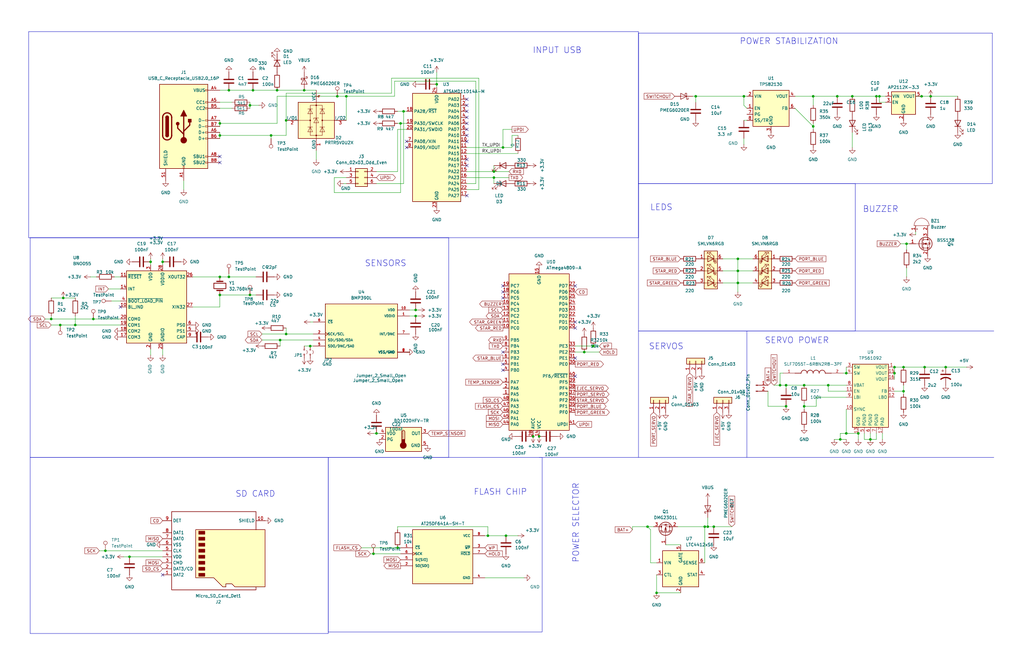
<source format=kicad_sch>
(kicad_sch (version 20250114) (generator "eeschema") (generator_version "9.0")
  (paper "USLedger")
  (rectangle (start 12.065 13.335) (end 269.24 100.33))
  (rectangle (start 12.7 100.33) (end 189.23 193.04))
  (rectangle (start 138.43 193.04) (end 228.6 266.7))
  (rectangle (start 12.7 193.04) (end 138.43 267.335))
  (rectangle (start 269.24 13.97) (end 418.465 77.47))
  (rectangle (start 269.24 77.47) (end 360.68 139.7))
  (text "BUZZER\n" (at 371.348 88.392 0) (effects (font (size 2.54 2.54))))
  (text "SENSORS " (at 163.576 111.252 0) (effects (font (size 2.54 2.54))))
  (text "POWER SELECTOR" (at 242.824 220.726 90) (effects (font (size 2.54 2.54))))
  (text "SD CARD\n" (at 107.696 208.534 0) (effects (font (size 2.54 2.54))))
  (text "INPUT USB" (at 234.95 21.336 0) (effects (font (size 2.54 2.54))))
  (text "SERVOS\n" (at 280.924 146.304 0) (effects (font (size 2.54 2.54))))
  (text "FLASH CHIP\n" (at 211.0047 207.7133 0) (effects (font (size 2.54 2.54))))
  (text "LEDS\n" (at 278.892 87.63 0) (effects (font (size 2.54 2.54))))
  (text "POWER STABILIZATION" (at 332.74 17.526 0) (effects (font (size 2.54 2.54))))
  (text "SERVO POWER\n\n" (at 336.042 145.796 0) (effects (font (size 2.54 2.54))))
  (junction (at 339.09 171.45))
  (junction (at 370.84 40.64))
  (junction (at 354.33 185.42))
  (junction (at 331.47 171.45))
  (junction (at 118.11 143.51))
  (junction (at 250.19 146.05))
  (junction (at 353.06 40.64))
  (junction (at 339.09 162.56))
  (junction (at 377.19 154.94))
  (junction (at 175.26 133.35))
  (junction (at 96.52 38.1))
  (junction (at 331.47 162.56))
  (junction (at 297.18 222.25))
  (junction (at 92.71 52.07))
  (junction (at 227.33 184.15))
  (junction (at 170.18 46.99))
  (junction (at 293.37 40.64))
  (junction (at 106.68 38.1))
  (junction (at 311.15 114.3))
  (junction (at 208.28 74.93))
  (junction (at 328.93 162.56))
  (junction (at 31.75 137.16))
  (junction (at 205.74 226.06))
  (junction (at 68.58 110.49))
  (junction (at 367.03 185.42))
  (junction (at 39.37 134.62))
  (junction (at 342.9 40.64))
  (junction (at 184.15 35.56))
  (junction (at 356.87 157.48))
  (junction (at 313.69 40.64))
  (junction (at 398.78 154.94))
  (junction (at 298.45 222.25))
  (junction (at 21.59 134.62))
  (junction (at 26.67 125.73))
  (junction (at 128.27 38.1))
  (junction (at 273.05 222.25))
  (junction (at 92.71 116.84))
  (junction (at 224.79 184.15))
  (junction (at 142.24 40.64))
  (junction (at 311.15 119.38))
  (junction (at 120.65 50.8))
  (junction (at 382.27 102.87))
  (junction (at 158.75 182.88))
  (junction (at 392.43 40.64))
  (junction (at 116.84 38.1))
  (junction (at 167.64 231.14))
  (junction (at 213.36 226.06))
  (junction (at 54.61 234.95))
  (junction (at 120.65 140.97))
  (junction (at 63.5 110.49))
  (junction (at 114.3 57.15))
  (junction (at 349.25 162.56))
  (junction (at 130.81 146.05))
  (junction (at 381 154.94))
  (junction (at 246.38 148.59))
  (junction (at 146.05 40.64))
  (junction (at 212.09 62.23))
  (junction (at 105.41 44.45))
  (junction (at 389.89 154.94))
  (junction (at 175.26 130.81))
  (junction (at 359.41 40.64))
  (junction (at 105.41 124.46))
  (junction (at 377.19 157.48))
  (junction (at 25.4 137.16))
  (junction (at 300.99 222.25))
  (junction (at 381 165.1))
  (junction (at 157.48 233.68))
  (junction (at 342.9 53.34))
  (junction (at 356.87 182.88))
  (junction (at 361.95 182.88))
  (junction (at 388.62 40.64))
  (junction (at 168.91 52.07))
  (junction (at 208.28 72.39))
  (junction (at 369.57 40.64))
  (junction (at 92.71 57.15))
  (junction (at 276.86 250.19))
  (junction (at 96.52 116.84))
  (junction (at 311.15 109.22))
  (junction (at 92.71 124.46))
  (junction (at 44.45 232.41))
  (no_connect (at 196.85 49.53))
  (no_connect (at 171.45 59.69))
  (no_connect (at 242.57 138.43))
  (no_connect (at 196.85 46.99))
  (no_connect (at 212.09 120.65))
  (no_connect (at 196.85 41.91))
  (no_connect (at 212.09 123.19))
  (no_connect (at 212.09 156.21))
  (no_connect (at 212.09 125.73))
  (no_connect (at 196.85 69.85))
  (no_connect (at 196.85 54.61))
  (no_connect (at 196.85 57.15))
  (no_connect (at 242.57 135.89))
  (no_connect (at 196.85 82.55))
  (no_connect (at 196.85 59.69))
  (no_connect (at 242.57 158.75))
  (no_connect (at 196.85 52.07))
  (no_connect (at 50.8 129.54))
  (no_connect (at 212.09 148.59))
  (no_connect (at 68.58 242.57))
  (no_connect (at 212.09 153.67))
  (no_connect (at 196.85 44.45))
  (no_connect (at 171.45 62.23))
  (no_connect (at 92.71 68.58))
  (no_connect (at 196.85 67.31))
  (no_connect (at 242.57 151.13))
  (no_connect (at 242.57 120.65))
  (no_connect (at 92.71 66.04))
  (wire (pts (xy 311.15 123.19) (xy 311.15 119.38)))
  (wire (pts (xy 146.05 40.64) (xy 146.05 50.8)))
  (wire (pts (xy 351.79 185.42) (xy 354.33 185.42)))
  (wire (pts (xy 313.69 50.8) (xy 314.96 50.8)))
  (wire (pts (xy 246.38 148.59) (xy 252.73 148.59)))
  (wire (pts (xy 80.01 142.24) (xy 81.28 142.24)))
  (wire (pts (xy 172.72 148.59) (xy 171.45 148.59)))
  (wire (pts (xy 386.08 40.64) (xy 388.62 40.64)))
  (wire (pts (xy 133.35 63.5) (xy 133.35 67.31)))
  (wire (pts (xy 168.91 52.07) (xy 171.45 52.07)))
  (wire (pts (xy 354.33 182.88) (xy 356.87 182.88)))
  (wire (pts (xy 313.69 40.64) (xy 314.96 40.64)))
  (wire (pts (xy 355.6 157.48) (xy 356.87 157.48)))
  (wire (pts (xy 372.11 185.42) (xy 372.11 182.88)))
  (wire (pts (xy 359.41 40.64) (xy 369.57 40.64)))
  (wire (pts (xy 339.09 171.45) (xy 339.09 170.18)))
  (wire (pts (xy 382.27 102.87) (xy 383.54 102.87)))
  (wire (pts (xy 293.37 43.18) (xy 293.37 40.64)))
  (wire (pts (xy 26.67 125.73) (xy 31.75 125.73)))
  (wire (pts (xy 313.69 58.42) (xy 313.69 60.96)))
  (wire (pts (xy 40.64 116.84) (xy 38.1 116.84)))
  (wire (pts (xy 158.75 72.39) (xy 167.64 72.39)))
  (wire (pts (xy 96.52 116.84) (xy 107.95 116.84)))
  (wire (pts (xy 140.97 81.28) (xy 140.97 74.93)))
  (wire (pts (xy 311.15 109.22) (xy 317.5 109.22)))
  (wire (pts (xy 92.71 50.8) (xy 92.71 52.07)))
  (wire (pts (xy 68.58 111.76) (xy 68.58 110.49)))
  (wire (pts (xy 167.64 52.07) (xy 168.91 52.07)))
  (wire (pts (xy 46.99 127) (xy 50.8 127)))
  (wire (pts (xy 356.87 167.64) (xy 344.17 167.64)))
  (wire (pts (xy 21.59 125.73) (xy 26.67 125.73)))
  (wire (pts (xy 184.15 35.56) (xy 184.15 36.83)))
  (polyline (pts (xy 314.96 193.04) (xy 314.96 139.7)))
  (wire (pts (xy 152.4 231.14) (xy 167.64 231.14)))
  (wire (pts (xy 142.24 40.64) (xy 146.05 40.64)))
  (wire (pts (xy 114.3 57.15) (xy 120.65 57.15)))
  (wire (pts (xy 77.47 80.01) (xy 77.47 76.2)))
  (wire (pts (xy 339.09 162.56) (xy 349.25 162.56)))
  (wire (pts (xy 242.57 148.59) (xy 246.38 148.59)))
  (wire (pts (xy 304.8 114.3) (xy 311.15 114.3)))
  (wire (pts (xy 370.84 43.18) (xy 373.38 43.18)))
  (wire (pts (xy 196.85 74.93) (xy 208.28 74.93)))
  (wire (pts (xy 116.84 52.07) (xy 116.84 40.64)))
  (wire (pts (xy 205.74 222.25) (xy 205.74 226.06)))
  (wire (pts (xy 92.71 57.15) (xy 114.3 57.15)))
  (wire (pts (xy 208.28 69.85) (xy 208.28 72.39)))
  (wire (pts (xy 311.15 114.3) (xy 311.15 109.22)))
  (wire (pts (xy 205.74 226.06) (xy 213.36 226.06)))
  (wire (pts (xy 92.71 52.07) (xy 92.71 53.34)))
  (wire (pts (xy 353.06 40.64) (xy 359.41 40.64)))
  (wire (pts (xy 250.19 146.05) (xy 252.73 146.05)))
  (wire (pts (xy 196.85 72.39) (xy 208.28 72.39)))
  (wire (pts (xy 196.85 62.23) (xy 212.09 62.23)))
  (wire (pts (xy 342.9 54.61) (xy 342.9 53.34)))
  (wire (pts (xy 314.96 45.72) (xy 313.69 44.45)))
  (wire (pts (xy 367.03 182.88) (xy 367.03 185.42)))
  (wire (pts (xy 63.5 147.32) (xy 63.5 149.86)))
  (wire (pts (xy 105.41 124.46) (xy 107.95 124.46)))
  (wire (pts (xy 218.44 226.06) (xy 213.36 226.06)))
  (wire (pts (xy 388.62 40.64) (xy 392.43 40.64)))
  (wire (pts (xy 92.71 116.84) (xy 96.52 116.84)))
  (wire (pts (xy 304.8 119.38) (xy 311.15 119.38)))
  (wire (pts (xy 313.69 40.64) (xy 313.69 44.45)))
  (wire (pts (xy 31.75 137.16) (xy 50.8 137.16)))
  (wire (pts (xy 331.47 162.56) (xy 331.47 163.83)))
  (wire (pts (xy 356.87 182.88) (xy 361.95 182.88)))
  (wire (pts (xy 171.45 46.99) (xy 170.18 46.99)))
  (wire (pts (xy 298.45 222.25) (xy 300.99 222.25)))
  (wire (pts (xy 132.08 135.89) (xy 130.81 135.89)))
  (wire (pts (xy 175.26 133.35) (xy 176.53 133.35)))
  (wire (pts (xy 354.33 182.88) (xy 354.33 185.42)))
  (wire (pts (xy 167.64 54.61) (xy 171.45 54.61)))
  (wire (pts (xy 215.9 57.15) (xy 218.44 57.15)))
  (wire (pts (xy 146.05 40.64) (xy 166.37 40.64)))
  (wire (pts (xy 369.57 185.42) (xy 369.57 182.88)))
  (wire (pts (xy 54.61 234.95) (xy 52.07 234.95)))
  (wire (pts (xy 41.91 232.41) (xy 44.45 232.41)))
  (wire (pts (xy 212.09 54.61) (xy 212.09 62.23)))
  (wire (pts (xy 381 166.37) (xy 381 165.1)))
  (wire (pts (xy 158.75 182.88) (xy 160.02 182.88)))
  (wire (pts (xy 21.59 134.62) (xy 39.37 134.62)))
  (wire (pts (xy 311.15 114.3) (xy 317.5 114.3)))
  (wire (pts (xy 92.71 43.18) (xy 97.79 43.18)))
  (wire (pts (xy 105.41 44.45) (xy 105.41 45.72)))
  (wire (pts (xy 276.86 250.19) (xy 287.02 250.19)))
  (wire (pts (xy 128.27 146.05) (xy 130.81 146.05)))
  (wire (pts (xy 349.25 162.56) (xy 349.25 165.1)))
  (wire (pts (xy 158.75 77.47) (xy 170.18 77.47)))
  (wire (pts (xy 172.72 133.35) (xy 175.26 133.35)))
  (wire (pts (xy 379.73 102.87) (xy 382.27 102.87)))
  (wire (pts (xy 19.05 134.62) (xy 21.59 134.62)))
  (wire (pts (xy 39.37 134.62) (xy 50.8 134.62)))
  (wire (pts (xy 359.41 55.88) (xy 359.41 62.23)))
  (wire (pts (xy 335.28 40.64) (xy 342.9 40.64)))
  (wire (pts (xy 311.15 109.22) (xy 304.8 109.22)))
  (wire (pts (xy 168.91 81.28) (xy 140.97 81.28)))
  (wire (pts (xy 382.27 113.03) (xy 382.27 116.84)))
  (wire (pts (xy 326.39 162.56) (xy 328.93 162.56)))
  (wire (pts (xy 273.05 222.25) (xy 275.59 222.25)))
  (wire (pts (xy 300.99 222.25) (xy 308.61 222.25)))
  (wire (pts (xy 63.5 109.22) (xy 63.5 110.49)))
  (wire (pts (xy 370.84 40.64) (xy 370.84 43.18)))
  (wire (pts (xy 31.75 133.35) (xy 31.75 137.16)))
  (wire (pts (xy 354.33 185.42) (xy 356.87 185.42)))
  (wire (pts (xy 204.47 243.84) (xy 220.98 243.84)))
  (wire (pts (xy 68.58 147.32) (xy 68.58 149.86)))
  (polyline (pts (xy 269.24 193.04) (xy 269.24 139.7)))
  (wire (pts (xy 166.37 34.29) (xy 200.66 34.29)))
  (wire (pts (xy 96.52 115.57) (xy 96.52 116.84)))
  (wire (pts (xy 344.17 167.64) (xy 344.17 171.45)))
  (wire (pts (xy 156.21 233.68) (xy 157.48 233.68)))
  (wire (pts (xy 356.87 154.94) (xy 356.87 157.48)))
  (wire (pts (xy 274.32 223.52) (xy 273.05 222.25)))
  (wire (pts (xy 280.67 229.87) (xy 287.02 229.87)))
  (wire (pts (xy 377.19 154.94) (xy 377.19 157.48)))
  (wire (pts (xy 349.25 162.56) (xy 356.87 162.56)))
  (wire (pts (xy 293.37 40.64) (xy 313.69 40.64)))
  (wire (pts (xy 389.89 154.94) (xy 381 154.94)))
  (wire (pts (xy 167.64 223.52) (xy 167.64 222.25)))
  (wire (pts (xy 166.37 40.64) (xy 166.37 34.29)))
  (wire (pts (xy 392.43 40.64) (xy 403.86 40.64)))
  (wire (pts (xy 116.84 38.1) (xy 128.27 38.1)))
  (wire (pts (xy 110.49 140.97) (xy 120.65 140.97)))
  (wire (pts (xy 356.87 172.72) (xy 356.87 182.88)))
  (wire (pts (xy 342.9 52.07) (xy 342.9 53.34)))
  (wire (pts (xy 274.32 237.49) (xy 274.32 223.52)))
  (wire (pts (xy 54.61 234.95) (xy 68.58 234.95)))
  (wire (pts (xy 212.09 62.23) (xy 215.9 62.23)))
  (wire (pts (xy 21.59 133.35) (xy 21.59 134.62)))
  (wire (pts (xy 92.71 129.54) (xy 92.71 124.46)))
  (wire (pts (xy 381 154.94) (xy 377.19 154.94)))
  (wire (pts (xy 167.64 231.14) (xy 168.91 231.14)))
  (wire (pts (xy 132.08 146.05) (xy 130.81 146.05)))
  (wire (pts (xy 167.64 72.39) (xy 167.64 54.61)))
  (wire (pts (xy 92.71 38.1) (xy 96.52 38.1)))
  (wire (pts (xy 96.52 38.1) (xy 106.68 38.1)))
  (wire (pts (xy 184.15 30.48) (xy 184.15 35.56)))
  (wire (pts (xy 364.49 185.42) (xy 367.03 185.42)))
  (wire (pts (xy 377.19 165.1) (xy 381 165.1)))
  (wire (pts (xy 92.71 45.72) (xy 97.79 45.72)))
  (wire (pts (xy 128.27 38.1) (xy 133.35 38.1)))
  (wire (pts (xy 369.57 40.64) (xy 370.84 40.64)))
  (wire (pts (xy 44.45 232.41) (xy 68.58 232.41)))
  (wire (pts (xy 323.85 165.1) (xy 323.85 171.45)))
  (wire (pts (xy 92.71 52.07) (xy 116.84 52.07)))
  (wire (pts (xy 398.78 154.94) (xy 389.89 154.94)))
  (wire (pts (xy 297.18 222.25) (xy 297.18 237.49)))
  (wire (pts (xy 370.84 40.64) (xy 373.38 40.64)))
  (wire (pts (xy 311.15 119.38) (xy 311.15 114.3)))
  (wire (pts (xy 242.57 146.05) (xy 250.19 146.05)))
  (wire (pts (xy 398.78 154.94) (xy 407.67 154.94)))
  (wire (pts (xy 105.41 44.45) (xy 109.22 44.45)))
  (wire (pts (xy 208.28 74.93) (xy 214.63 74.93)))
  (wire (pts (xy 311.15 119.38) (xy 317.5 119.38)))
  (wire (pts (xy 274.32 237.49) (xy 276.86 237.49)))
  (wire (pts (xy 367.03 185.42) (xy 369.57 185.42)))
  (wire (pts (xy 339.09 172.72) (xy 339.09 171.45)))
  (wire (pts (xy 167.64 222.25) (xy 205.74 222.25)))
  (wire (pts (xy 364.49 182.88) (xy 364.49 185.42)))
  (wire (pts (xy 208.28 74.93) (xy 208.28 77.47)))
  (wire (pts (xy 157.48 182.88) (xy 158.75 182.88)))
  (wire (pts (xy 201.93 33.02) (xy 201.93 80.01)))
  (wire (pts (xy 328.93 162.56) (xy 331.47 162.56)))
  (wire (pts (xy 68.58 110.49) (xy 68.58 109.22)))
  (wire (pts (xy 175.26 130.81) (xy 176.53 130.81)))
  (wire (pts (xy 215.9 57.15) (xy 215.9 62.23)))
  (wire (pts (xy 349.25 165.1) (xy 356.87 165.1)))
  (wire (pts (xy 92.71 57.15) (xy 92.71 58.42)))
  (wire (pts (xy 339.09 171.45) (xy 344.17 171.45)))
  (wire (pts (xy 297.18 222.25) (xy 298.45 222.25)))
  (wire (pts (xy 266.7 222.25) (xy 273.05 222.25)))
  (wire (pts (xy 212.09 54.61) (xy 215.9 54.61)))
  (wire (pts (xy 200.66 77.47) (xy 196.85 77.47)))
  (wire (pts (xy 361.95 185.42) (xy 361.95 182.88)))
  (wire (pts (xy 377.19 157.48) (xy 377.19 160.02)))
  (wire (pts (xy 81.28 129.54) (xy 92.71 129.54)))
  (wire (pts (xy 328.93 157.48) (xy 328.93 162.56)))
  (wire (pts (xy 292.1 40.64) (xy 293.37 40.64)))
  (wire (pts (xy 382.27 102.87) (xy 382.27 105.41)))
  (wire (pts (xy 298.45 218.44) (xy 298.45 222.25)))
  (wire (pts (xy 120.65 138.43) (xy 120.65 140.97)))
  (wire (pts (xy 328.93 157.48) (xy 330.2 157.48)))
  (wire (pts (xy 146.05 77.47) (xy 144.78 77.47)))
  (wire (pts (xy 331.47 162.56) (xy 339.09 162.56)))
  (wire (pts (xy 205.74 226.06) (xy 204.47 226.06)))
  (wire (pts (xy 118.11 143.51) (xy 118.11 146.05)))
  (wire (pts (xy 201.93 80.01) (xy 196.85 80.01)))
  (polyline (pts (xy 227.33 193.04) (xy 419.1 193.04)))
  (wire (pts (xy 386.08 97.79) (xy 386.08 99.06)))
  (wire (pts (xy 165.1 33.02) (xy 201.93 33.02)))
  (wire (pts (xy 196.85 64.77) (xy 218.44 64.77)))
  (wire (pts (xy 116.84 40.64) (xy 142.24 40.64)))
  (wire (pts (xy 140.97 74.93) (xy 146.05 74.93)))
  (wire (pts (xy 21.59 137.16) (xy 25.4 137.16)))
  (wire (pts (xy 335.28 45.72) (xy 342.9 53.34)))
  (wire (pts (xy 168.91 52.07) (xy 168.91 81.28)))
  (wire (pts (xy 285.75 222.25) (xy 297.18 222.25)))
  (wire (pts (xy 120.65 140.97) (xy 132.08 140.97)))
  (wire (pts (xy 120.65 39.37) (xy 165.1 39.37)))
  (wire (pts (xy 105.41 43.18) (xy 105.41 44.45)))
  (wire (pts (xy 208.28 72.39) (xy 214.63 72.39)))
  (wire (pts (xy 266.7 222.25) (xy 266.7 223.52)))
  (wire (pts (xy 48.26 116.84) (xy 50.8 116.84)))
  (wire (pts (xy 45.72 121.92) (xy 50.8 121.92)))
  (wire (pts (xy 172.72 130.81) (xy 175.26 130.81)))
  (wire (pts (xy 120.65 57.15) (xy 120.65 50.8)))
  (wire (pts (xy 381 165.1) (xy 381 162.56)))
  (wire (pts (xy 25.4 137.16) (xy 31.75 137.16)))
  (wire (pts (xy 170.18 77.47) (xy 170.18 46.99)))
  (wire (pts (xy 63.5 110.49) (xy 63.5 111.76)))
  (wire (pts (xy 92.71 124.46) (xy 105.41 124.46)))
  (wire (pts (xy 342.9 40.64) (xy 353.06 40.64)))
  (wire (pts (xy 342.9 44.45) (xy 342.9 40.64)))
  (wire (pts (xy 323.85 171.45) (xy 331.47 171.45)))
  (wire (pts (xy 170.18 46.99) (xy 167.64 46.99)))
  (wire (pts (xy 200.66 34.29) (xy 200.66 77.47)))
  (wire (pts (xy 81.28 116.84) (xy 92.71 116.84)))
  (polyline (pts (xy 269.24 139.7) (xy 419.1 139.7)))
  (wire (pts (xy 157.48 233.68) (xy 168.91 233.68)))
  (wire (pts (xy 118.11 143.51) (xy 132.08 143.51)))
  (wire (pts (xy 106.68 38.1) (xy 116.84 38.1)))
  (wire (pts (xy 114.3 58.42) (xy 114.3 57.15)))
  (wire (pts (xy 92.71 55.88) (xy 92.71 57.15)))
  (wire (pts (xy 276.86 250.19) (xy 276.86 242.57)))
  (wire (pts (xy 120.65 50.8) (xy 120.65 39.37)))
  (wire (pts (xy 110.49 143.51) (xy 118.11 143.51)))
  (wire (pts (xy 165.1 39.37) (xy 165.1 33.02)))
  (label "TX_UPDI" (at 203.2 62.23 0))
  (label "RX_UPDI" (at 203.2 64.77 0))
  (global_label "BUZZER" (shape input) (at 379.73 102.87 180) (property "Intersheetrefs" "${INTERSHEET_REFS}" (effects (hide yes))))
  (global_label "SWITCHOUT" (shape input) (at 308.61 222.25 90) (property "Intersheetrefs" "${INTERSHEET_REFS}" (effects (hide yes))))
  (global_label "STAR_RED" (shape input) (at 287.02 114.3 180) (property "Intersheetrefs" "${INTERSHEET_REFS}" (effects (hide yes))))
  (global_label "STAR_BLUE" (shape output) (at 212.09 151.13 180) (property "Intersheetrefs" "${INTERSHEET_REFS}" (effects (hide yes))))
  (global_label "SCL" (shape input) (at 212.09 130.81 180) (property "Intersheetrefs" "${INTERSHEET_REFS}" (effects (hide yes))))
  (global_label "WP" (shape input) (at 204.47 231.14 0) (property "Intersheetrefs" "${INTERSHEET_REFS}" (effects (hide yes))))
  (global_label "FLASH_CS" (shape input) (at 152.4 231.14 180) (property "Intersheetrefs" "${INTERSHEET_REFS}" (effects (hide yes))))
  (global_label "CD" (shape input) (at 68.58 219.71 180) (property "Intersheetrefs" "${INTERSHEET_REFS}" (effects (hide yes))))
  (global_label "TX0" (shape output) (at 214.63 74.93 0) (property "Intersheetrefs" "${INTERSHEET_REFS}" (effects (hide yes))))
  (global_label "PORT_SERVO" (shape output) (at 242.57 166.37 0) (property "Intersheetrefs" "${INTERSHEET_REFS}" (effects (hide yes))))
  (global_label "CD" (shape input) (at 242.57 123.19 0) (property "Intersheetrefs" "${INTERSHEET_REFS}" (effects (hide yes))))
  (global_label "SDA" (shape bidirectional) (at 19.05 134.62 180) (property "Intersheetrefs" "${INTERSHEET_REFS}" (effects (hide yes))))
  (global_label "RX0" (shape input) (at 214.63 72.39 0) (property "Intersheetrefs" "${INTERSHEET_REFS}" (effects (hide yes))))
  (global_label "PORT_SERVO" (shape input) (at 275.59 173.99 270) (property "Intersheetrefs" "${INTERSHEET_REFS}" (effects (hide yes))))
  (global_label "MISO" (shape input) (at 68.58 227.33 180) (property "Intersheetrefs" "${INTERSHEET_REFS}" (effects (hide yes))))
  (global_label "BAT+" (shape input) (at 266.7 223.52 180) (property "Intersheetrefs" "${INTERSHEET_REFS}" (effects (hide yes))))
  (global_label "HOLD" (shape input) (at 252.73 148.59 0) (property "Intersheetrefs" "${INTERSHEET_REFS}" (effects (hide yes))))
  (global_label "STAR_BLUE" (shape input) (at 287.02 109.22 180) (property "Intersheetrefs" "${INTERSHEET_REFS}" (effects (hide yes))))
  (global_label "TEMP_SENSOR" (shape input) (at 180.34 182.88 0) (property "Intersheetrefs" "${INTERSHEET_REFS}" (effects (hide yes))))
  (global_label "TEMP_SENSOR" (shape input) (at 212.09 161.29 180) (property "Intersheetrefs" "${INTERSHEET_REFS}" (effects (hide yes))))
  (global_label "SWITCHOUT" (shape input) (at 284.48 40.64 180) (property "Intersheetrefs" "${INTERSHEET_REFS}" (effects (hide yes))))
  (global_label "PORT_RED" (shape output) (at 242.57 153.67 0) (property "Intersheetrefs" "${INTERSHEET_REFS}" (effects (hide yes))))
  (global_label "MOSI" (shape input) (at 168.91 236.22 180) (property "Intersheetrefs" "${INTERSHEET_REFS}" (effects (hide yes))))
  (global_label "FLASH_CS" (shape input) (at 212.09 171.45 180) (property "Intersheetrefs" "${INTERSHEET_REFS}" (effects (hide yes))))
  (global_label "SCL" (shape input) (at 21.59 137.16 180) (property "Intersheetrefs" "${INTERSHEET_REFS}" (effects (hide yes))))
  (global_label "PORT_GREEN" (shape input) (at 335.28 119.38 0) (property "Intersheetrefs" "${INTERSHEET_REFS}" (effects (hide yes))))
  (global_label "PORT_BLUE" (shape input) (at 335.28 109.22 0) (property "Intersheetrefs" "${INTERSHEET_REFS}" (effects (hide yes))))
  (global_label "MOSI" (shape input) (at 212.09 176.53 180) (property "Intersheetrefs" "${INTERSHEET_REFS}" (effects (hide yes))))
  (global_label "SD_CS" (shape input) (at 68.58 240.03 180) (property "Intersheetrefs" "${INTERSHEET_REFS}" (effects (hide yes))))
  (global_label "STAR_GREEN" (shape input) (at 287.02 119.38 180) (property "Intersheetrefs" "${INTERSHEET_REFS}" (effects (hide yes))))
  (global_label "SWITCHOUT" (shape input) (at 326.39 162.56 90) (property "Intersheetrefs" "${INTERSHEET_REFS}" (effects (hide yes))))
  (global_label "STAR_RED" (shape output) (at 212.09 138.43 180) (property "Intersheetrefs" "${INTERSHEET_REFS}" (effects (hide yes))))
  (global_label "WP" (shape input) (at 252.73 146.05 0) (property "Intersheetrefs" "${INTERSHEET_REFS}" (effects (hide yes))))
  (global_label "HOLD" (shape input) (at 204.47 233.68 0) (property "Intersheetrefs" "${INTERSHEET_REFS}" (effects (hide yes))))
  (global_label "EJEC_SERVO" (shape output) (at 242.57 163.83 0) (property "Intersheetrefs" "${INTERSHEET_REFS}" (effects (hide yes))))
  (global_label "SDA" (shape bidirectional) (at 212.09 133.35 180) (property "Intersheetrefs" "${INTERSHEET_REFS}" (effects (hide yes))))
  (global_label "SCL" (shape input) (at 110.49 140.97 180) (property "Intersheetrefs" "${INTERSHEET_REFS}" (effects (hide yes))))
  (global_label "STAR_SERVO" (shape input) (at 290.83 157.48 270) (property "Intersheetrefs" "${INTERSHEET_REFS}" (effects (hide yes))))
  (global_label "EJEC_SERVO" (shape input) (at 302.26 173.99 270) (property "Intersheetrefs" "${INTERSHEET_REFS}" (effects (hide yes))))
  (global_label "TX0" (shape input) (at 212.09 146.05 180) (property "Intersheetrefs" "${INTERSHEET_REFS}" (effects (hide yes))))
  (global_label "BUZZER" (shape output) (at 212.09 128.27 180) (property "Intersheetrefs" "${INTERSHEET_REFS}" (effects (hide yes))))
  (global_label "SDA" (shape bidirectional) (at 110.49 143.51 180) (property "Intersheetrefs" "${INTERSHEET_REFS}" (effects (hide yes))))
  (global_label "UPDI" (shape output) (at 215.9 54.61 0) (property "Intersheetrefs" "${INTERSHEET_REFS}" (effects (hide yes))))
  (global_label "INT" (shape input) (at 45.72 121.92 180) (property "Intersheetrefs" "${INTERSHEET_REFS}" (effects (hide yes))))
  (global_label "UPDI" (shape input) (at 242.57 179.07 0) (property "Intersheetrefs" "${INTERSHEET_REFS}" (effects (hide yes))))
  (global_label "STAR_SERVO" (shape output) (at 242.57 168.91 0) (property "Intersheetrefs" "${INTERSHEET_REFS}" (effects (hide yes))))
  (global_label "SCK" (shape input) (at 41.91 232.41 180) (property "Intersheetrefs" "${INTERSHEET_REFS}" (effects (hide yes))))
  (global_label "UPDI" (shape bidirectional) (at 158.75 74.93 0) (property "Intersheetrefs" "${INTERSHEET_REFS}" (effects (hide yes))))
  (global_label "SCK" (shape input) (at 156.21 233.68 180) (property "Intersheetrefs" "${INTERSHEET_REFS}" (effects (hide yes))))
  (global_label "PORT_RED" (shape input) (at 335.28 114.3 0) (property "Intersheetrefs" "${INTERSHEET_REFS}" (effects (hide yes))))
  (global_label "PORT_GREEN" (shape output) (at 242.57 173.99 0) (property "Intersheetrefs" "${INTERSHEET_REFS}" (effects (hide yes))))
  (global_label "STAR_GREEN" (shape output) (at 212.09 135.89 180) (property "Intersheetrefs" "${INTERSHEET_REFS}" (effects (hide yes))))
  (global_label "BAT+" (shape input) (at 323.85 162.56 90) (property "Intersheetrefs" "${INTERSHEET_REFS}" (effects (hide yes))))
  (global_label "MISO" (shape input) (at 212.09 179.07 180) (property "Intersheetrefs" "${INTERSHEET_REFS}" (effects (hide yes))))
  (global_label "SD_CS" (shape input) (at 212.09 168.91 180) (property "Intersheetrefs" "${INTERSHEET_REFS}" (effects (hide yes))))
  (global_label "PORT_BLUE" (shape output) (at 242.57 171.45 0) (property "Intersheetrefs" "${INTERSHEET_REFS}" (effects (hide yes))))
  (global_label "RX0" (shape output) (at 212.09 143.51 180) (property "Intersheetrefs" "${INTERSHEET_REFS}" (effects (hide yes))))
  (global_label "MOSI" (shape input) (at 68.58 237.49 180) (property "Intersheetrefs" "${INTERSHEET_REFS}" (effects (hide yes))))
  (global_label "SCK" (shape input) (at 212.09 173.99 180) (property "Intersheetrefs" "${INTERSHEET_REFS}" (effects (hide yes))))
  (global_label "MISO" (shape output) (at 168.91 238.76 180) (property "Intersheetrefs" "${INTERSHEET_REFS}" (effects (hide yes))))
  (symbol (lib_id "power:GND") (at 180.34 187.96 0) (unit 1)
    (property "Reference" "#PWR0171" (effects (hide yes)))
    (property "Value" "GND" (at 180.34 193.04 0))
    (property "Description" "Power symbol creates a global label with name \"GND\" , ground" (effects (hide yes)))
  )
  (symbol (lib_id "power:GND") (at 160.02 185.42 0) (unit 1)
    (property "Reference" "#PWR0172" (effects (hide yes)))
    (property "Value" "GND" (at 160.02 190.5 0))
    (property "Description" "Power symbol creates a global label with name \"GND\" , ground" (effects (hide yes)))
  )
  (symbol (lib_id "Connector:TestPoint") (at 25.4 137.16 180) (unit 1)
    (property "Reference" "TP2" (at 27.94 139.1919 0) (effects (justify right)))
    (property "Value" "TestPoint" (at 27.94 141.7319 0) (effects (justify right)))
    (property "Footprint" "TestPoint:TestPoint_Pad_1.0x1.0mm" (effects (hide yes)))
    (property "Description" "test point" (effects (hide yes)))
  )
  (symbol (lib_id "Device:C") (at 220.98 184.15 90) (unit 1)
    (property "Reference" "C26" (at 218.948 188.722 90))
    (property "Value" "100nF" (at 218.948 191.262 90))
    (property "Footprint" "Capacitor_SMD:C_0201_0603Metric" (effects (hide yes)))
    (property "Description" "Unpolarized capacitor" (effects (hide yes)))
  )
  (symbol (lib_id "Device:R") (at 116.84 138.43 90) (unit 1)
    (property "Reference" "R10" (at 116.586 133.604 90))
    (property "Value" "4k7" (at 116.078 135.382 90))
    (property "Footprint" "Resistor_SMD:R_0603_1608Metric" (effects (hide yes)))
    (property "Description" "Resistor" (effects (hide yes)))
  )
  (symbol (lib_id "Device:C") (at 158.75 179.07 180) (unit 1)
    (property "Reference" "C22" (at 167.132 179.07 0))
    (property "Value" "100nF" (at 167.132 181.102 0))
    (property "Footprint" "Capacitor_SMD:C_0603_1608Metric" (effects (hide yes)))
    (property "Description" "Unpolarized capacitor" (effects (hide yes)))
  )
  (symbol (lib_id "Device:LED") (at 403.86 52.07 90) (unit 1)
    (property "Reference" "D14" (at 407.67 52.3874 90) (effects (justify right)))
    (property "Value" "LED" (at 407.67 54.9274 90) (effects (justify right)))
    (property "Footprint" "LED_SMD:LED_0201_0603Metric" (effects (hide yes)))
    (property "Description" "Light emitting diode" (effects (hide yes)))
    (property "Sim.Pins" "1=K 2=A" (effects (hide yes)))
  )
  (symbol (lib_id "Connector:TestPoint") (at 44.45 232.41 0) (unit 1)
    (property "Reference" "TP1" (at 46.99 227.8379 0) (effects (justify left)))
    (property "Value" "TestPoint" (at 46.99 230.3779 0) (effects (justify left)))
    (property "Footprint" "TestPoint:TestPoint_Pad_1.0x1.0mm" (effects (hide yes)))
    (property "Description" "test point" (effects (hide yes)))
  )
  (symbol (lib_id "Device:R") (at 290.83 109.22 90) (unit 1)
    (property "Reference" "R21" (at 290.83 109.474 90))
    (property "Value" "220" (at 290.83 111.506 90))
    (property "Footprint" "Resistor_SMD:R_0603_1608Metric" (effects (hide yes)))
    (property "Description" "Resistor" (effects (hide yes)))
  )
  (symbol (lib_id "power:GND") (at 389.89 162.56 0) (unit 1)
    (property "Reference" "#PWR0127" (effects (hide yes)))
    (property "Value" "GND" (at 389.89 167.64 0))
    (property "Description" "Power symbol creates a global label with name \"GND\" , ground" (effects (hide yes)))
  )
  (symbol (lib_id "Device:C") (at 72.39 110.49 90) (unit 1)
    (property "Reference" "C17" (at 72.39 102.87 90))
    (property "Value" "100nF" (at 72.39 105.41 90))
    (property "Footprint" "Capacitor_SMD:C_0603_1608Metric" (effects (hide yes)))
    (property "Description" "Unpolarized capacitor" (effects (hide yes)))
  )
  (symbol (lib_id "power:GND") (at 391.16 107.95 0) (unit 1)
    (property "Reference" "#PWR070" (effects (hide yes)))
    (property "Value" "GND" (at 391.16 113.03 0))
    (property "Description" "Power symbol creates a global label with name \"GND\" , ground" (effects (hide yes)))
  )
  (symbol (lib_id "Device:C") (at 300.99 226.06 0) (unit 1)
    (property "Reference" "C23" (at 304.8 224.7899 0) (effects (justify left)))
    (property "Value" "10uF" (at 304.8 227.3299 0) (effects (justify left)))
    (property "Footprint" "Capacitor_SMD:C_0603_1608Metric" (effects (hide yes)))
    (property "Description" "Unpolarized capacitor" (effects (hide yes)))
  )
  (symbol (lib_id "power:+3.3V") (at 38.1 116.84 90) (unit 1)
    (property "Reference" "#PWR0181" (effects (hide yes)))
    (property "Value" "+3.3V" (at 34.29 116.8401 90) (effects (justify left)))
    (property "Description" "Power symbol creates a global label with name \"+3.3V\"" (effects (hide yes)))
  )
  (symbol (lib_id "Device:R") (at 331.47 119.38 90) (unit 1)
    (property "Reference" "R26" (at 331.724 119.634 90))
    (property "Value" "220" (at 331.47 122.682 90))
    (property "Footprint" "Resistor_SMD:R_0603_1608Metric" (effects (hide yes)))
    (property "Description" "Resistor" (effects (hide yes)))
  )
  (symbol (lib_id "power:GND") (at 307.34 173.99 0) (unit 1)
    (property "Reference" "#PWR0117" (effects (hide yes)))
    (property "Value" "GND" (at 307.3401 177.8 90) (effects (justify right)))
    (property "Description" "Power symbol creates a global label with name \"GND\" , ground" (effects (hide yes)))
  )
  (symbol (lib_id "Connector:TestPoint") (at 46.99 127 90) (unit 1)
    (property "Reference" "TP7" (at 40.894 127.508 90))
    (property "Value" "TestPoint" (at 43.688 124.46 90))
    (property "Footprint" "TestPoint:TestPoint_Pad_1.0x1.0mm" (effects (hide yes)))
    (property "Description" "test point" (effects (hide yes)))
  )
  (symbol (lib_id "power:+3.3V") (at 176.53 130.81 270) (unit 1)
    (property "Reference" "#PWR0149" (effects (hide yes)))
    (property "Value" "+3.3V" (at 180.34 130.8099 90) (effects (justify left)))
    (property "Description" "Power symbol creates a global label with name \"+3.3V\"" (effects (hide yes)))
  )
  (symbol (lib_id "power:GND") (at 50.8 139.7 270) (unit 1)
    (property "Reference" "#PWR021" (effects (hide yes)))
    (property "Value" "GND" (at 46.99 139.6999 90) (effects (justify right)))
    (property "Description" "Power symbol creates a global label with name \"GND\" , ground" (effects (hide yes)))
  )
  (symbol (lib_id "Device:R") (at 163.83 46.99 90) (unit 1)
    (property "Reference" "R8" (at 160.528 49.276 90))
    (property "Value" "4k7" (at 164.338 49.276 90))
    (property "Footprint" "Resistor_SMD:R_0603_1608Metric" (effects (hide yes)))
    (property "Description" "Resistor" (effects (hide yes)))
  )
  (symbol (lib_id "power:GND") (at 68.58 229.87 270) (unit 1)
    (property "Reference" "#PWR017" (effects (hide yes)))
    (property "Value" "GND" (at 63.754 229.87 90))
    (property "Description" "Power symbol creates a global label with name \"GND\" , ground" (effects (hide yes)))
  )
  (symbol (lib_id "power:+3.3V") (at 160.02 46.99 90) (unit 1)
    (property "Reference" "#PWR0150" (effects (hide yes)))
    (property "Value" "+3.3V" (at 156.21 46.9899 90) (effects (justify left)))
    (property "Description" "Power symbol creates a global label with name \"+3.3V\"" (effects (hide yes)))
  )
  (symbol (lib_id "Device:C") (at 331.47 167.64 0) (unit 1)
    (property "Reference" "C8" (at 333.502 163.83 0) (effects (justify left)))
    (property "Value" "10u" (at 333.502 166.37 0) (effects (justify left)))
    (property "Footprint" "Capacitor_SMD:C_0603_1608Metric" (effects (hide yes)))
    (property "Description" "Unpolarized capacitor" (effects (hide yes)))
  )
  (symbol (lib_id "Connector:TestPoint") (at 96.52 115.57 0) (unit 1)
    (property "Reference" "TP5" (at 99.06 110.9979 0) (effects (justify left)))
    (property "Value" "TestPoint" (at 99.06 113.5379 0) (effects (justify left)))
    (property "Footprint" "TestPoint:TestPoint_Pad_1.0x1.0mm" (effects (hide yes)))
    (property "Description" "test point" (effects (hide yes)))
  )
  (symbol (lib_id "power:GND") (at 77.47 80.01 0) (unit 1)
    (property "Reference" "#PWR0141" (effects (hide yes)))
    (property "Value" "GND" (at 77.47 85.09 0))
    (property "Description" "Power symbol creates a global label with name \"GND\" , ground" (effects (hide yes)))
  )
  (symbol (lib_id "Device:C") (at 293.37 46.99 0) (unit 1)
    (property "Reference" "C14" (at 299.72 45.212 0) (effects (justify left)))
    (property "Value" "10uF" (at 299.72 47.752 0) (effects (justify left)))
    (property "Footprint" "Capacitor_SMD:C_0603_1608Metric" (effects (hide yes)))
    (property "Description" "Unpolarized capacitor" (effects (hide yes)))
  )
  (symbol (lib_id "power:+3.3V") (at 386.08 99.06 90) (unit 1)
    (property "Reference" "#PWR02" (effects (hide yes)))
    (property "Value" "+3.3V" (at 382.27 99.0599 90) (effects (justify left)))
    (property "Description" "Power symbol creates a global label with name \"+3.3V\"" (effects (hide yes)))
  )
  (symbol (lib_id "power:+3.3V") (at 224.79 184.15 180) (unit 1)
    (property "Reference" "#PWR0183" (effects (hide yes)))
    (property "Value" "+3.3V" (effects (hide yes)))
    (property "Description" "Power symbol creates a global label with name \"+3.3V\"" (effects (hide yes)))
  )
  (symbol (lib_id "Device:Buzzer") (at 388.62 95.25 90) (unit 1)
    (property "Reference" "BZ1" (at 392.43 93.2248 90) (effects (justify right)))
    (property "Value" "Buzzer" (at 392.43 95.7648 90) (effects (justify right)))
    (property "Footprint" "Buzzer_Beeper:MagneticBuzzer_PUI_AT-0927-TT-6-R" (effects (hide yes)))
    (property "Description" "Buzzer, polarized" (effects (hide yes)))
  )
  (symbol (lib_id "power:GND") (at 175.26 140.97 0) (unit 1)
    (property "Reference" "#PWR015" (effects (hide yes)))
    (property "Value" "GND" (at 175.2599 144.78 90) (effects (justify right)))
    (property "Description" "Power symbol creates a global label with name \"GND\" , ground" (effects (hide yes)))
  )
  (symbol (lib_id "Regulator_Linear:AP2112K-3.3") (at 381 43.18 0) (unit 1)
    (property "Reference" "U12" (at 381 34.29 0))
    (property "Value" "AP2112K-3.3" (at 381 36.83 0))
    (property "Footprint" "Package_TO_SOT_SMD:SOT-23-5" (effects (hide yes)))
    (property "Datasheet" "https://www.diodes.com/assets/Datasheets/AP2112.pdf" (effects (hide yes)))
    (property "Description" "600mA low dropout linear regulator, with enable pin, 3.8V-6V input voltage range, 3.3V fixed positive output, SOT-23-5" (effects (hide yes)))
  )
  (symbol (lib_id "LED:SMLVN6RGB") (at 299.72 114.3 0) (unit 1)
    (property "Reference" "D7" (at 299.72 100.33 0))
    (property "Value" "SMLVN6RGB" (at 299.72 102.87 0))
    (property "Footprint" "LED_SMD:LED_ROHM_SMLVN6" (effects (hide yes)))
    (property "Datasheet" "https://www.rohm.com/datasheet/SMLVN6RGB1U" (effects (hide yes)))
    (property "Description" "High Brightness Tri-Color LED, RGB, 3.5x2.8mm" (effects (hide yes)))
  )
  (symbol (lib_id "Connector:TestPoint") (at 157.48 233.68 0) (unit 1)
    (property "Reference" "TP6" (at 160.02 229.1079 0) (effects (justify left)))
    (property "Value" "TestPoint" (at 160.02 231.6479 0) (effects (justify left)))
    (property "Footprint" "TestPoint:TestPoint_Pad_1.0x1.0mm" (effects (hide yes)))
    (property "Description" "test point" (effects (hide yes)))
  )
  (symbol (lib_id "Device:R") (at 382.27 109.22 0) (unit 1)
    (property "Reference" "R34" (at 384.81 107.9499 0) (effects (justify left)))
    (property "Value" "2k2" (at 384.81 110.4899 0) (effects (justify left)))
    (property "Footprint" "Resistor_SMD:R_0603_1608Metric" (effects (hide yes)))
    (property "Description" "Resistor" (effects (hide yes)))
  )
  (symbol (lib_id "power:GND") (at 300.99 229.87 0) (unit 1)
    (property "Reference" "#PWR030" (effects (hide yes)))
    (property "Value" "GND" (at 300.99 234.95 0))
    (property "Description" "Power symbol creates a global label with name \"GND\" , ground" (effects (hide yes)))
  )
  (symbol (lib_id "Device:R") (at 250.19 142.24 0) (unit 1)
    (property "Reference" "R33" (at 252.73 140.9699 0) (effects (justify left)))
    (property "Value" "10k" (at 252.73 143.5099 0) (effects (justify left)))
    (property "Footprint" "Resistor_SMD:R_0603_1608Metric" (effects (hide yes)))
    (property "Description" "Resistor" (effects (hide yes)))
  )
  (symbol (lib_id "Device:C_Polarized_US") (at 398.78 158.75 0) (unit 1)
    (property "Reference" "C13" (at 401.066 156.464 0) (effects (justify left)))
    (property "Value" "100u" (at 400.812 162.306 0) (effects (justify left)))
    (property "Footprint" "Capacitor_THT:CP_Radial_D4.0mm_P2.00mm" (effects (hide yes)))
    (property "Description" "Polarized capacitor, US symbol" (effects (hide yes)))
  )
  (symbol (lib_id "power:GND") (at 293.37 50.8 0) (unit 1)
    (property "Reference" "#PWR0131" (effects (hide yes)))
    (property "Value" "GND" (at 288.798 50.292 0))
    (property "Description" "Power symbol creates a global label with name \"GND\" , ground" (effects (hide yes)))
  )
  (symbol (lib_id "power:GND") (at 331.47 171.45 0) (unit 1)
    (property "Reference" "#PWR03" (effects (hide yes)))
    (property "Value" "GND" (at 331.47 176.53 0))
    (property "Description" "Power symbol creates a global label with name \"GND\" , ground" (effects (hide yes)))
  )
  (symbol (lib_id "power:GND") (at 403.86 55.88 0) (unit 1)
    (property "Reference" "#PWR0193" (effects (hide yes)))
    (property "Value" "GND" (at 403.86 60.96 0))
    (property "Description" "Power symbol creates a global label with name \"GND\" , ground" (effects (hide yes)))
  )
  (symbol (lib_id "power:+3.3V") (at 130.81 135.89 90) (unit 1)
    (property "Reference" "#PWR0145" (effects (hide yes)))
    (property "Value" "+3.3V" (at 136.144 132.842 90) (effects (justify left)))
    (property "Description" "Power symbol creates a global label with name \"+3.3V\"" (effects (hide yes)))
  )
  (symbol (lib_id "power:GND") (at 342.9 62.23 0) (unit 1)
    (property "Reference" "#PWR0186" (effects (hide yes)))
    (property "Value" "GND" (at 342.9 67.31 0))
    (property "Description" "Power symbol creates a global label with name \"GND\" , ground" (effects (hide yes)))
  )
  (symbol (lib_id "Connector:TestPoint") (at 39.37 134.62 0) (unit 1)
    (property "Reference" "TP9" (at 41.148 131.572 0) (effects (justify left)))
    (property "Value" "TestPoint" (at 41.148 134.112 0) (effects (justify left)))
    (property "Footprint" "TestPoint:TestPoint_Pad_1.0x1.0mm" (effects (hide yes)))
    (property "Description" "test point" (effects (hide yes)))
  )
  (symbol (lib_id "Device:LED") (at 359.41 52.07 90) (unit 1)
    (property "Reference" "D13" (at 367.03 53.6575 0))
    (property "Value" "LED" (at 364.49 53.6575 0))
    (property "Footprint" "LED_SMD:LED_0201_0603Metric" (effects (hide yes)))
    (property "Description" "Light emitting diode" (effects (hide yes)))
    (property "Sim.Pins" "1=K 2=A" (effects (hide yes)))
  )
  (symbol (lib_id "power:GND") (at 133.35 67.31 0) (unit 1)
    (property "Reference" "#PWR0155" (effects (hide yes)))
    (property "Value" "GND" (at 133.35 72.39 0))
    (property "Description" "Power symbol creates a global label with name \"GND\" , ground" (effects (hide yes)))
  )
  (symbol (lib_id "Device:R") (at 44.45 116.84 270) (unit 1)
    (property "Reference" "R3" (at 41.91 114.808 90))
    (property "Value" "10k" (at 46.228 114.808 90))
    (property "Footprint" "Resistor_SMD:R_0603_1608Metric" (effects (hide yes)))
    (property "Description" "Resistor" (effects (hide yes)))
  )
  (symbol (lib_id "power:GND") (at 115.57 116.84 90) (unit 1)
    (property "Reference" "#PWR0159" (effects (hide yes)))
    (property "Value" "GND" (at 119.38 116.8399 90) (effects (justify right)))
    (property "Description" "Power symbol creates a global label with name \"GND\" , ground" (effects (hide yes)))
  )
  (symbol (lib_id "power:+3.3V") (at 128.27 151.13 180) (unit 1)
    (property "Reference" "#PWR0161" (effects (hide yes)))
    (property "Value" "+3.3V" (at 128.27 156.21 0))
    (property "Description" "Power symbol creates a global label with name \"+3.3V\"" (effects (hide yes)))
  )
  (symbol (lib_id "Jumper:Jumper_2_Small_Open") (at 128.27 148.59 270) (unit 1) (exclude_from_sim yes)
    (property "Reference" "JP1" (at 123.952 149.86 90) (effects (justify left)))
    (property "Value" "Jumper_2_Small_Open" (at 148.844 160.528 90) (effects (justify left)))
    (property "Footprint" "Jumper:SolderJumper-2_P1.3mm_Open_Pad1.0x1.5mm" (effects (hide yes)))
    (property "Description" "Jumper, 2-pole, small symbol, open" (effects (hide yes)))
  )
  (symbol (lib_id "Device:C") (at 175.26 137.16 180) (unit 1)
    (property "Reference" "C20" (at 183.642 137.16 0))
    (property "Value" "100nF" (at 183.642 139.192 0))
    (property "Footprint" "Capacitor_SMD:C_0603_1608Metric" (effects (hide yes)))
    (property "Description" "Unpolarized capacitor" (effects (hide yes)))
  )
  (symbol (lib_id "Device:LED") (at 116.84 26.67 270) (unit 1)
    (property "Reference" "D1" (at 119.38 23.8124 90) (effects (justify left)))
    (property "Value" "LED" (at 119.38 26.3524 90) (effects (justify left)))
    (property "Footprint" "LED_SMD:LED_0201_0603Metric" (effects (hide yes)))
    (property "Description" "Light emitting diode" (effects (hide yes)))
    (property "Sim.Pins" "1=K 2=A" (effects (hide yes)))
  )
  (symbol (lib_id "power:+3.3V") (at 223.52 69.85 270) (unit 1)
    (property "Reference" "#PWR0148" (effects (hide yes)))
    (property "Value" "+3.3V" (at 228.6 69.85 0))
    (property "Description" "Power symbol creates a global label with name \"+3.3V\"" (effects (hide yes)))
  )
  (symbol (lib_id "Connector_Generic:Conn_01x03") (at 293.37 152.4 90) (unit 1)
    (property "Reference" "J5" (at 298.45 151.1299 90) (effects (justify right)))
    (property "Value" "Conn_01x03" (at 298.45 153.6699 90) (effects (justify right)))
    (property "Footprint" "Connector_PinHeader_2.54mm:PinHeader_1x03_P2.54mm_Vertical" (effects (hide yes)))
    (property "Description" "Generic connector, single row, 01x03, script generated (kicad-library-utils/schlib/autogen/connector/)" (effects (hide yes)))
  )
  (symbol (lib_id "power:+5V") (at 293.37 157.48 180) (unit 1)
    (property "Reference" "#PWR0120" (effects (hide yes)))
    (property "Value" "+5V" (at 293.3701 161.29 90) (effects (justify left)))
    (property "Description" "Power symbol creates a global label with name \"+5V\"" (effects (hide yes)))
  )
  (symbol (lib_id "power:+3.3V") (at 176.53 133.35 270) (unit 1)
    (property "Reference" "#PWR0147" (effects (hide yes)))
    (property "Value" "+3.3V" (at 180.34 133.3499 90) (effects (justify left)))
    (property "Description" "Power symbol creates a global label with name \"+3.3V\"" (effects (hide yes)))
  )
  (symbol (lib_id "Device:C") (at 111.76 124.46 90) (unit 1)
    (property "Reference" "C5" (at 115.062 128.778 90))
    (property "Value" "22p" (at 115.824 127 90))
    (property "Footprint" "Capacitor_SMD:C_0603_1608Metric" (effects (hide yes)))
    (property "Description" "Unpolarized capacitor" (effects (hide yes)))
  )
  (symbol (lib_id "power:GND") (at 398.78 162.56 0) (unit 1)
    (property "Reference" "#PWR0116" (effects (hide yes)))
    (property "Value" "GND" (at 398.78 167.64 0))
    (property "Description" "Power symbol creates a global label with name \"GND\" , ground" (effects (hide yes)))
  )
  (symbol (lib_id "power:VBUS") (at 298.45 210.82 0) (unit 1)
    (property "Reference" "#PWR0164" (effects (hide yes)))
    (property "Value" "VBUS" (at 298.45 205.74 0))
    (property "Description" "Power symbol creates a global label with name \"VBUS\"" (effects (hide yes)))
  )
  (symbol (lib_id "Device:LED") (at 212.09 69.85 0) (unit 1)
    (property "Reference" "D5" (at 210.5025 77.47 0))
    (property "Value" "LED" (effects (hide yes)))
    (property "Footprint" "LED_SMD:LED_0201_0603Metric" (effects (hide yes)))
    (property "Description" "Light emitting diode" (effects (hide yes)))
    (property "Sim.Pins" "1=K 2=A" (effects (hide yes)))
  )
  (symbol (lib_id "Device:Crystal") (at 92.71 120.65 90) (unit 1)
    (property "Reference" "Y1" (at 96.52 119.3799 90) (effects (justify right)))
    (property "Value" "32.768kHz" (at 96.52 121.9199 90) (effects (justify right)))
    (property "Footprint" "Crystal:Crystal_C26-LF_D2.1mm_L6.5mm_Vertical" (effects (hide yes)))
    (property "Description" "Two pin crystal" (effects (hide yes)))
  )
  (symbol (lib_id "BMP390L:BMP390L") (at 152.4 140.97 0) (unit 1)
    (property "Reference" "U4" (at 152.4 123.19 0))
    (property "Value" "BMP390L" (at 152.4 125.73 0))
    (property "Footprint" "Package_LGA:ST_HLGA-10_2x2mm_P0.5mm_LayoutBorder3x2y" (effects (hide yes)))
    (property "MF" "Bosch Sensortec" (effects (hide yes)))
    (property "MAXIMUM_PACKAGE_HEIGHT" "0.8 mm" (effects (hide yes)))
    (property "Package" "None" (effects (hide yes)))
    (property "Price" "None" (effects (hide yes)))
    (property "Check_prices" "https://www.snapeda.com/parts/BMP390L/Bosch/view-part/?ref=eda" (effects (hide yes)))
    (property "STANDARD" "Manufacturer Recommendation" (effects (hide yes)))
    (property "PARTREV" "1.7" (effects (hide yes)))
    (property "SnapEDA_Link" "https://www.snapeda.com/parts/BMP390L/Bosch/view-part/?ref=snap" (effects (hide yes)))
    (property "MP" "BMP390L" (effects (hide yes)))
    (property "Description_1" "\n                        \n                            Pressure Sensor Development Tools Evaluation Shuttle Board for the BMP390L\n                        \n" (effects (hide yes)))
    (property "MANUFACTURER" "BOSCH" (effects (hide yes)))
    (property "Availability" "In Stock" (effects (hide yes)))
    (property "SNAPEDA_PN" "BMP390L" (effects (hide yes)))
  )
  (symbol (lib_id "power:GND") (at 234.95 184.15 90) (unit 1)
    (property "Reference" "#PWR026" (effects (hide yes)))
    (property "Value" "GND" (at 238.76 184.1499 90) (effects (justify right)))
    (property "Description" "Power symbol creates a global label with name \"GND\" , ground" (effects (hide yes)))
  )
  (symbol (lib_id "power:GND") (at 96.52 30.48 180) (unit 1)
    (property "Reference" "#PWR09" (effects (hide yes)))
    (property "Value" "GND" (at 96.52 25.4 0))
    (property "Description" "Power symbol creates a global label with name \"GND\" , ground" (effects (hide yes)))
  )
  (symbol (lib_id "power:GND") (at 69.85 76.2 0) (unit 1)
    (property "Reference" "#PWR024" (effects (hide yes)))
    (property "Value" "GND" (at 69.85 81.28 0))
    (property "Description" "Power symbol creates a global label with name \"GND\" , ground" (effects (hide yes)))
  )
  (symbol (lib_id "Device:C") (at 54.61 238.76 180) (unit 1)
    (property "Reference" "C7" (at 44.958 240.538 0) (effects (justify right)))
    (property "Value" "100nF" (at 44.958 243.078 0) (effects (justify right)))
    (property "Footprint" "Capacitor_SMD:C_0603_1608Metric" (effects (hide yes)))
    (property "Description" "Unpolarized capacitor" (effects (hide yes)))
  )
  (symbol (lib_id "Sensor_Temperature:BD1020HFV") (at 170.18 185.42 0) (unit 1)
    (property "Reference" "U5" (at 170.18 175.26 0))
    (property "Value" "BD1020HFV-TR" (at 173.482 177.546 0))
    (property "Footprint" "Package_TO_SOT_SMD:HVSOF5" (effects (hide yes)))
    (property "Datasheet" "http://rohmfs.rohm.com/en/products/databook/datasheet/ic/sensor/temperature/bd1020hfv-e.pdf" (effects (hide yes)))
    (property "Description" "Analog Output Temperature Sensor" (effects (hide yes)))
  )
  (symbol (lib_id "power:GND") (at 111.76 219.71 90) (unit 1)
    (property "Reference" "#PWR0162" (effects (hide yes)))
    (property "Value" "GND" (at 115.57 219.7099 90) (effects (justify right)))
    (property "Description" "Power symbol creates a global label with name \"GND\" , ground" (effects (hide yes)))
  )
  (symbol (lib_id "Device:R") (at 381 158.75 0) (unit 1)
    (property "Reference" "R29" (at 383.54 157.4799 0) (effects (justify left)))
    (property "Value" "315k" (at 383.54 160.0199 0) (effects (justify left)))
    (property "Footprint" "Resistor_SMD:R_0603_1608Metric" (effects (hide yes)))
    (property "Description" "Resistor" (effects (hide yes)))
  )
  (symbol (lib_id "Transistor_FET:DMG2301L") (at 280.67 224.79 90) (unit 1)
    (property "Reference" "Q1" (at 280.67 215.9 90))
    (property "Value" "DMG2301L" (at 280.67 218.44 90))
    (property "Footprint" "Package_TO_SOT_SMD:SOT-23" (effects (hide yes)))
    (property "Datasheet" "https://www.diodes.com/assets/Datasheets/DMG2301L.pdf" (effects (hide yes)))
    (property "Description" "-3A Id, -20V Vds, P-Channel MOSFET, SOT-23" (effects (hide yes)))
  )
  (symbol (lib_id "power:+3.3V") (at 160.02 52.07 90) (unit 1)
    (property "Reference" "#PWR0151" (effects (hide yes)))
    (property "Value" "+3.3V" (at 156.21 52.0699 90) (effects (justify left)))
    (property "Description" "Power symbol creates a global label with name \"+3.3V\"" (effects (hide yes)))
  )
  (symbol (lib_id "Device:R") (at 339.09 176.53 0) (unit 1)
    (property "Reference" "R28" (at 341.63 175.2599 0) (effects (justify left)))
    (property "Value" "100k" (at 341.63 177.7999 0) (effects (justify left)))
    (property "Footprint" "Resistor_SMD:R_0603_1608Metric" (effects (hide yes)))
    (property "Description" "Resistor" (effects (hide yes)))
  )
  (symbol (lib_id "power:GND") (at 353.06 48.26 0) (unit 1)
    (property "Reference" "#PWR0187" (effects (hide yes)))
    (property "Value" "GND" (at 353.06 53.34 0))
    (property "Description" "Power symbol creates a global label with name \"GND\" , ground" (effects (hide yes)))
  )
  (symbol (lib_id "power:+3.3V") (at 63.5 109.22 0) (unit 1)
    (property "Reference" "#PWR0177" (effects (hide yes)))
    (property "Value" "+3.3V" (at 65.786 102.362 0))
    (property "Description" "Power symbol creates a global label with name \"+3.3V\"" (effects (hide yes)))
  )
  (symbol (lib_id "power:GND") (at 81.28 139.7 90) (unit 1)
    (property "Reference" "#PWR020" (effects (hide yes)))
    (property "Value" "GND" (at 85.09 139.6999 90) (effects (justify right)))
    (property "Description" "Power symbol creates a global label with name \"GND\" , ground" (effects (hide yes)))
  )
  (symbol (lib_id "power:GND") (at 392.43 48.26 0) (unit 1)
    (property "Reference" "#PWR0192" (effects (hide yes)))
    (property "Value" "GND" (at 392.43 53.34 0))
    (property "Description" "Power symbol creates a global label with name \"GND\" , ground" (effects (hide yes)))
  )
  (symbol (lib_id "power:GND") (at 361.95 185.42 0) (unit 1)
    (property "Reference" "#PWR0125" (effects (hide yes)))
    (property "Value" "GND" (at 361.95 190.5 0))
    (property "Description" "Power symbol creates a global label with name \"GND\" , ground" (effects (hide yes)))
  )
  (symbol (lib_id "power:GND") (at 144.78 77.47 270) (unit 1)
    (property "Reference" "#PWR0157" (effects (hide yes)))
    (property "Value" "GND" (at 147.828 79.502 90) (effects (justify right)))
    (property "Description" "Power symbol creates a global label with name \"GND\" , ground" (effects (hide yes)))
  )
  (symbol (lib_id "power:+3.3V") (at 218.44 226.06 270) (unit 1)
    (property "Reference" "#PWR0169" (effects (hide yes)))
    (property "Value" "+3.3V" (at 221.488 223.774 90) (effects (justify left)))
    (property "Description" "Power symbol creates a global label with name \"+3.3V\"" (effects (hide yes)))
  )
  (symbol (lib_id "power:GND") (at 116.84 22.86 180) (unit 1)
    (property "Reference" "#PWR0182" (effects (hide yes)))
    (property "Value" "GND" (at 119.38 21.5899 0) (effects (justify right)))
    (property "Description" "Power symbol creates a global label with name \"GND\" , ground" (effects (hide yes)))
  )
  (symbol (lib_id "Device:R") (at 31.75 129.54 0) (unit 1)
    (property "Reference" "R2" (at 34.29 128.2699 0) (effects (justify left)))
    (property "Value" "2k2" (at 33.782 129.794 0) (effects (justify left)))
    (property "Footprint" "Resistor_SMD:R_0603_1608Metric" (effects (hide yes)))
    (property "Description" "Resistor" (effects (hide yes)))
  )
  (symbol (lib_id "Connector:TestPoint") (at 114.3 58.42 180) (unit 1)
    (property "Reference" "TP3" (at 116.84 60.4519 0) (effects (justify right)))
    (property "Value" "TestPoint" (at 116.84 62.9919 0) (effects (justify right)))
    (property "Footprint" "TestPoint:TestPoint_Pad_1.0x1.0mm" (effects (hide yes)))
    (property "Description" "test point" (effects (hide yes)))
  )
  (symbol (lib_id "power:GND") (at 115.57 124.46 90) (unit 1)
    (property "Reference" "#PWR0160" (effects (hide yes)))
    (property "Value" "GND" (at 119.38 124.4599 90) (effects (justify right)))
    (property "Description" "Power symbol creates a global label with name \"GND\" , ground" (effects (hide yes)))
  )
  (symbol (lib_id "MCU_Microchip_SAMD:ATSAMD11D14A-M") (at 184.15 62.23 0) (unit 1)
    (property "Reference" "U3" (at 186.69 35.56 0) (effects (justify left)))
    (property "Value" "ATSAMD11D14A-M" (at 186.944 38.608 0) (effects (justify left)))
    (property "Footprint" "Package_DFN_QFN:QFN-24-1EP_4x4mm_P0.5mm_EP2.6x2.6mm" (effects (hide yes)))
    (property "Datasheet" "http://ww1.microchip.com/downloads/en/DeviceDoc/Atmel-42363-SAM-D11_Datasheet.pdf" (effects (hide yes)))
    (property "Description" "ARM Cortex-M0+ MCU, 48MHz, 16KB Flash, 4KB RAM, 1.6-3.6V, 22 GPIO, QFN-24" (effects (hide yes)))
  )
  (symbol (lib_id "Regulator_Switching:TPS61092") (at 367.03 167.64 0) (unit 1)
    (property "Reference" "U9" (at 367.03 148.59 0))
    (property "Value" "TPS61092" (at 367.03 151.13 0))
    (property "Footprint" "Package_DFN_QFN:Texas_RSA_VQFN-16-1EP_4x4mm_P0.65mm_EP2.7x2.7mm_ThermalVias" (effects (hide yes)))
    (property "Datasheet" "http://www.ti.com/lit/ds/symlink/tps61090.pdf" (effects (hide yes)))
    (property "Description" "2A Step-Up DC-DC Converter for Batteries, Isw up to 2500mA, 5V Output Voltage, QFN-16" (effects (hide yes)))
  )
  (symbol (lib_id "power:GND") (at 184.15 87.63 0) (unit 1)
    (property "Reference" "#PWR0144" (effects (hide yes)))
    (property "Value" "GND" (at 184.15 92.71 0))
    (property "Description" "Power symbol creates a global label with name \"GND\" , ground" (effects (hide yes)))
  )
  (symbol (lib_id "Connector:Conn_01x02_Pin") (at 318.77 162.56 0) (unit 1)
    (property "Reference" "J7" (at 313.436 166.116 90))
    (property "Value" "Conn_01x02_Pin" (at 315.468 165.608 90))
    (property "Footprint" "Connector_JST:JST_PH_B2B-PH-K_1x02_P2.00mm_Vertical" (effects (hide yes)))
    (property "Description" "Generic connector, single row, 01x02, script generated" (effects (hide yes)))
  )
  (symbol (lib_id "power:GND") (at 276.86 250.19 0) (unit 1)
    (property "Reference" "#PWR031" (effects (hide yes)))
    (property "Value" "GND" (at 276.86 255.27 0))
    (property "Description" "Power symbol creates a global label with name \"GND\" , ground" (effects (hide yes)))
  )
  (symbol (lib_id "Device:R") (at 342.9 48.26 0) (unit 1)
    (property "Reference" "R35" (at 345.44 46.9899 0) (effects (justify left)))
    (property "Value" "350k" (at 345.44 49.5299 0) (effects (justify left)))
    (property "Footprint" "Resistor_SMD:R_0603_1608Metric" (effects (hide yes)))
    (property "Description" "Resistor" (effects (hide yes)))
  )
  (symbol (lib_id "Device:C") (at 106.68 34.29 0) (unit 1)
    (property "Reference" "C2" (at 110.49 33.0199 0) (effects (justify left)))
    (property "Value" "100n" (at 110.49 35.5599 0) (effects (justify left)))
    (property "Footprint" "Capacitor_SMD:C_0603_1608Metric" (effects (hide yes)))
    (property "Description" "Unpolarized capacitor" (effects (hide yes)))
  )
  (symbol (lib_id "Connector_Generic:Conn_01x03") (at 278.13 168.91 90) (unit 1)
    (property "Reference" "J4" (at 283.21 167.6399 90) (effects (justify right)))
    (property "Value" "Conn_01x03" (at 282.956 170.688 90) (effects (justify right)))
    (property "Footprint" "Connector_PinHeader_2.54mm:PinHeader_1x03_P2.54mm_Vertical" (effects (hide yes)))
    (property "Description" "Generic connector, single row, 01x03, script generated (kicad-library-utils/schlib/autogen/connector/)" (effects (hide yes)))
  )
  (symbol (lib_id "power:GND") (at 171.45 148.59 90) (unit 1)
    (property "Reference" "#PWR0167" (effects (hide yes)))
    (property "Value" "GND" (at 175.26 148.5899 90) (effects (justify right)))
    (property "Description" "Power symbol creates a global label with name \"GND\" , ground" (effects (hide yes)))
  )
  (symbol (lib_id "Device:C") (at 83.82 142.24 90) (unit 1)
    (property "Reference" "C3" (at 82.296 146.304 90))
    (property "Value" "100nF" (at 86.868 146.558 90))
    (property "Footprint" "Capacitor_SMD:C_0603_1608Metric" (effects (hide yes)))
    (property "Description" "Unpolarized capacitor" (effects (hide yes)))
  )
  (symbol (lib_id "Device:C") (at 353.06 44.45 0) (unit 1)
    (property "Reference" "C16" (at 356.87 43.1799 0) (effects (justify left)))
    (property "Value" "22uF" (at 346.964 43.688 0) (effects (justify left)))
    (property "Footprint" "Capacitor_SMD:C_0603_1608Metric" (effects (hide yes)))
    (property "Description" "Unpolarized capacitor" (effects (hide yes)))
  )
  (symbol (lib_id "Connector:Micro_SD_Card_Det1") (at 91.44 232.41 0) (mirror x) (unit 1)
    (property "Reference" "J2" (at 92.075 254 0))
    (property "Value" "Micro_SD_Card_Det1" (at 92.075 251.46 0))
    (property "Footprint" "Connector_Card:microSD_HC_Hirose_DM3D-SF" (effects (hide yes)))
    (property "Datasheet" "https://datasheet.lcsc.com/lcsc/2110151630_XKB-Connectivity-XKTF-015-N_C381082.pdf" (effects (hide yes)))
    (property "Description" "Micro SD Card Socket with one card detection pin" (effects (hide yes)))
  )
  (symbol (lib_id "Device:C") (at 111.76 116.84 90) (unit 1)
    (property "Reference" "C4" (at 111.76 112.776 90))
    (property "Value" "22pF" (at 114.554 112.776 90))
    (property "Footprint" "Capacitor_SMD:C_0603_1608Metric" (effects (hide yes)))
    (property "Description" "Unpolarized capacitor" (effects (hide yes)))
  )
  (symbol (lib_id "power:+3.3V") (at 146.05 72.39 90) (unit 1)
    (property "Reference" "#PWR0153" (effects (hide yes)))
    (property "Value" "+3.3V" (at 142.24 72.3899 90) (effects (justify left)))
    (property "Description" "Power symbol creates a global label with name \"+3.3V\"" (effects (hide yes)))
  )
  (symbol (lib_id "Device:R") (at 290.83 119.38 90) (unit 1)
    (property "Reference" "R23" (at 291.084 119.634 90))
    (property "Value" "220" (at 290.83 122.682 90))
    (property "Footprint" "Resistor_SMD:R_0603_1608Metric" (effects (hide yes)))
    (property "Description" "Resistor" (effects (hide yes)))
  )
  (symbol (lib_id "power:GND") (at 339.09 180.34 0) (unit 1)
    (property "Reference" "#PWR04" (effects (hide yes)))
    (property "Value" "GND" (at 339.09 185.42 0))
    (property "Description" "Power symbol creates a global label with name \"GND\" , ground" (effects (hide yes)))
  )
  (symbol (lib_id "Jumper:Jumper_2_Small_Open") (at 130.81 148.59 270) (unit 1) (exclude_from_sim yes)
    (property "Reference" "JP2" (at 136.398 151.892 90) (effects (justify left)))
    (property "Value" "Jumper_2_Small_Open" (at 150.114 158.496 90) (effects (justify left)))
    (property "Footprint" "Jumper:SolderJumper-2_P1.3mm_Open_Pad1.0x1.5mm" (effects (hide yes)))
    (property "Description" "Jumper, 2-pole, small symbol, open" (effects (hide yes)))
  )
  (symbol (lib_id "power:GND") (at 325.12 55.88 0) (unit 1)
    (property "Reference" "#PWR027" (effects (hide yes)))
    (property "Value" "GND" (at 325.12 62.23 0))
    (property "Description" "Power symbol creates a global label with name \"GND\" , ground" (effects (hide yes)))
  )
  (symbol (lib_id "power:GND") (at 55.88 110.49 270) (unit 1)
    (property "Reference" "#PWR011" (effects (hide yes)))
    (property "Value" "GND" (at 52.07 110.4899 90) (effects (justify right)))
    (property "Description" "Power symbol creates a global label with name \"GND\" , ground" (effects (hide yes)))
  )
  (symbol (lib_id "power:+3.3V") (at 246.38 140.97 0) (unit 1)
    (property "Reference" "#PWR07" (effects (hide yes)))
    (property "Value" "+3.3V" (at 246.38 135.89 0))
    (property "Description" "Power symbol creates a global label with name \"+3.3V\"" (effects (hide yes)))
  )
  (symbol (lib_id "power:GND") (at 295.91 157.48 0) (unit 1)
    (property "Reference" "#PWR0118" (effects (hide yes)))
    (property "Value" "GND" (at 295.9101 161.29 90) (effects (justify right)))
    (property "Description" "Power symbol creates a global label with name \"GND\" , ground" (effects (hide yes)))
  )
  (symbol (lib_id "LED:SMLVN6RGB") (at 322.58 114.3 0) (mirror y) (unit 1)
    (property "Reference" "D8" (at 322.58 100.33 0))
    (property "Value" "SMLVN6RGB" (at 322.58 102.87 0))
    (property "Footprint" "LED_SMD:LED_ROHM_SMLVN6" (effects (hide yes)))
    (property "Datasheet" "https://www.rohm.com/datasheet/SMLVN6RGB1U" (effects (hide yes)))
    (property "Description" "High Brightness Tri-Color LED, RGB, 3.5x2.8mm" (effects (hide yes)))
  )
  (symbol (lib_id "Device:R") (at 342.9 58.42 0) (unit 1)
    (property "Reference" "R37" (at 345.44 57.1499 0) (effects (justify left)))
    (property "Value" "100k" (at 345.44 59.6899 0) (effects (justify left)))
    (property "Footprint" "Resistor_SMD:R_0603_1608Metric" (effects (hide yes)))
    (property "Description" "Resistor" (effects (hide yes)))
  )
  (symbol (lib_id "power:GND") (at 217.17 184.15 270) (unit 1)
    (property "Reference" "#PWR025" (effects (hide yes)))
    (property "Value" "GND" (at 215.392 185.42 90) (effects (justify right)))
    (property "Description" "Power symbol creates a global label with name \"GND\" , ground" (effects (hide yes)))
  )
  (symbol (lib_id "power:+3.3V") (at 223.52 77.47 270) (unit 1)
    (property "Reference" "#PWR0163" (effects (hide yes)))
    (property "Value" "+3.3V" (at 228.6 77.47 0))
    (property "Description" "Power symbol creates a global label with name \"+3.3V\"" (effects (hide yes)))
  )
  (symbol (lib_id "Device:C") (at 389.89 158.75 0) (unit 1)
    (property "Reference" "C12" (at 391.922 156.718 0) (effects (justify left)))
    (property "Value" "2u2" (at 391.16 162.56 0) (effects (justify left)))
    (property "Footprint" "Capacitor_SMD:C_0603_1608Metric" (effects (hide yes)))
    (property "Description" "Unpolarized capacitor" (effects (hide yes)))
  )
  (symbol (lib_id "power:GND") (at 381 50.8 0) (unit 1)
    (property "Reference" "#PWR0190" (effects (hide yes)))
    (property "Value" "GND" (at 381 55.88 0))
    (property "Description" "Power symbol creates a global label with name \"GND\" , ground" (effects (hide yes)))
  )
  (symbol (lib_id "Device:R") (at 116.84 34.29 0) (unit 1)
    (property "Reference" "R4" (at 110.49 28.956 0))
    (property "Value" "330" (at 110.744 26.67 0))
    (property "Footprint" "Resistor_SMD:R_0603_1608Metric" (effects (hide yes)))
    (property "Description" "Resistor" (effects (hide yes)))
  )
  (symbol (lib_id "Device:R") (at 101.6 43.18 90) (unit 1)
    (property "Reference" "R5" (at 101.854 40.894 90))
    (property "Value" "5k1" (at 101.854 43.434 90))
    (property "Footprint" "Resistor_SMD:R_0603_1608Metric" (effects (hide yes)))
    (property "Description" "Resistor" (effects (hide yes)))
  )
  (symbol (lib_id "Device:R") (at 163.83 52.07 90) (unit 1)
    (property "Reference" "R9" (at 160.274 54.356 90))
    (property "Value" "4k7" (at 164.338 54.356 90))
    (property "Footprint" "Resistor_SMD:R_0603_1608Metric" (effects (hide yes)))
    (property "Description" "Resistor" (effects (hide yes)))
  )
  (symbol (lib_id "Device:R") (at 381 170.18 0) (unit 1)
    (property "Reference" "R30" (at 383.54 168.9099 0) (effects (justify left)))
    (property "Value" "100k" (at 383.54 171.4499 0) (effects (justify left)))
    (property "Footprint" "Resistor_SMD:R_0603_1608Metric" (effects (hide yes)))
    (property "Description" "Resistor" (effects (hide yes)))
  )
  (symbol (lib_id "Connector:TestPoint") (at 142.24 40.64 0) (unit 1)
    (property "Reference" "TP4" (at 144.78 36.0679 0) (effects (justify left)))
    (property "Value" "TestPoint" (at 144.78 38.6079 0) (effects (justify left)))
    (property "Footprint" "TestPoint:TestPoint_Pad_1.0x1.0mm" (effects (hide yes)))
    (property "Description" "test point" (effects (hide yes)))
  )
  (symbol (lib_id "Device:C") (at 213.36 229.87 0) (unit 1)
    (property "Reference" "C6" (at 217.17 228.5999 0) (effects (justify left)))
    (property "Value" "100nF" (at 217.17 231.1399 0) (effects (justify left)))
    (property "Footprint" "Capacitor_SMD:C_0603_1608Metric" (effects (hide yes)))
    (property "Description" "Unpolarized capacitor" (effects (hide yes)))
  )
  (symbol (lib_id "power:+3.3V") (at 52.07 234.95 90) (unit 1)
    (property "Reference" "#PWR018" (effects (hide yes)))
    (property "Value" "+3.3V" (at 48.514 234.95 90) (effects (justify left)))
    (property "Description" "Power symbol creates a global label with name \"+3.3V\"" (effects (hide yes)))
  )
  (symbol (lib_id "Device:C") (at 180.34 35.56 90) (unit 1)
    (property "Reference" "C11" (at 180.34 27.94 90))
    (property "Value" "100nF" (at 180.34 30.48 90))
    (property "Footprint" "Capacitor_SMD:C_0603_1608Metric" (effects (hide yes)))
    (property "Description" "Unpolarized capacitor" (effects (hide yes)))
  )
  (symbol (lib_id "power:GND") (at 213.36 233.68 0) (unit 1)
    (property "Reference" "#PWR028" (effects (hide yes)))
    (property "Value" "GND" (at 213.36 238.76 0))
    (property "Description" "Power symbol creates a global label with name \"GND\" , ground" (effects (hide yes)))
  )
  (symbol (lib_id "power:GND") (at 359.41 62.23 0) (unit 1)
    (property "Reference" "#PWR01" (effects (hide yes)))
    (property "Value" "GND" (at 359.41 67.31 0))
    (property "Description" "Power symbol creates a global label with name \"GND\" , ground" (effects (hide yes)))
  )
  (symbol (lib_id "power:+3.3V") (at 227.33 184.15 180) (unit 1)
    (property "Reference" "#PWR0184" (effects (hide yes)))
    (property "Value" "+3.3V" (at 225.552 188.214 0))
    (property "Description" "Power symbol creates a global label with name \"+3.3V\"" (effects (hide yes)))
  )
  (symbol (lib_id "Sensor_Motion:BNO055") (at 66.04 129.54 0) (unit 1)
    (property "Reference" "U8" (at 30.734 108.712 0) (effects (justify left)))
    (property "Value" "BNO055" (at 30.734 111.252 0) (effects (justify left)))
    (property "Footprint" "Package_LGA:LGA-28_5.2x3.8mm_P0.5mm" (effects (hide yes)))
    (property "Datasheet" "https://www.bosch-sensortec.com/media/boschsensortec/downloads/datasheets/bst-bno055-ds000.pdf" (effects (hide yes)))
    (property "Description" "Intelligent 9-axis absolute orientation sensor, LGA-28" (effects (hide yes)))
  )
  (symbol (lib_id "power:GND") (at 351.79 185.42 0) (unit 1)
    (property "Reference" "#PWR05" (effects (hide yes)))
    (property "Value" "GND" (at 351.79 190.5 0))
    (property "Description" "Power symbol creates a global label with name \"GND\" , ground" (effects (hide yes)))
  )
  (symbol (lib_id "power:GND") (at 227.33 113.03 180) (unit 1)
    (property "Reference" "#PWR0156" (effects (hide yes)))
    (property "Value" "GND" (at 227.33 107.95 0))
    (property "Description" "Power symbol creates a global label with name \"GND\" , ground" (effects (hide yes)))
  )
  (symbol (lib_id "Power_Management:LTC4412xS6") (at 287.02 240.03 0) (unit 1)
    (property "Reference" "U7" (at 289.1633 227.33 0) (effects (justify left)))
    (property "Value" "LTC4412xS6" (at 289.1633 229.87 0) (effects (justify left)))
    (property "Footprint" "Package_TO_SOT_SMD:TSOT-23-6" (effects (hide yes)))
    (property "Datasheet" "https://www.analog.com/media/en/technical-documentation/data-sheets/4412fb.pdf" (effects (hide yes)))
    (property "Description" "Low Loss PowerPath Controller, TSOT-23-6" (effects (hide yes)))
  )
  (symbol (lib_id "power:GND") (at 109.22 44.45 90) (unit 1)
    (property "Reference" "#PWR0152" (effects (hide yes)))
    (property "Value" "GND" (at 113.03 44.4499 90) (effects (justify right)))
    (property "Description" "Power symbol creates a global label with name \"GND\" , ground" (effects (hide yes)))
  )
  (symbol (lib_id "power:VBUS") (at 128.27 30.48 0) (unit 1)
    (property "Reference" "#PWR0154" (effects (hide yes)))
    (property "Value" "VBUS" (at 128.27 25.4 0))
    (property "Description" "Power symbol creates a global label with name \"VBUS\"" (effects (hide yes)))
  )
  (symbol (lib_id "power:+3.3V") (at 26.67 125.73 0) (unit 1)
    (property "Reference" "#PWR0175" (effects (hide yes)))
    (property "Value" "+3.3V" (at 30.226 124.46 0))
    (property "Description" "Power symbol creates a global label with name \"+3.3V\"" (effects (hide yes)))
  )
  (symbol (lib_id "Diode:PMEG6020ER") (at 128.27 34.29 270) (unit 1)
    (property "Reference" "D16" (at 130.81 32.7024 90) (effects (justify left)))
    (property "Value" "PMEG6020ER" (at 130.81 35.2424 90) (effects (justify left)))
    (property "Footprint" "Diode_SMD:Nexperia_CFP3_SOD-123W" (effects (hide yes)))
    (property "Datasheet" "https://assets.nexperia.com/documents/data-sheet/PMEG6020ER.pdf" (effects (hide yes)))
    (property "Description" "60V, 2A low Vf MEGA Schottky barrier rectifier, SOD-123W" (effects (hide yes)))
  )
  (symbol (lib_id "Device:R") (at 290.83 114.3 90) (unit 1)
    (property "Reference" "R22" (at 290.83 114.3 90))
    (property "Value" "220" (at 290.83 116.84 90))
    (property "Footprint" "Resistor_SMD:R_0603_1608Metric" (effects (hide yes)))
    (property "Description" "Resistor" (effects (hide yes)))
  )
  (symbol (lib_id "AT25DF641A-SH-T:AT25DF641A-SH-T") (at 186.69 236.22 0) (unit 1)
    (property "Reference" "U6" (at 186.69 218.44 0))
    (property "Value" "AT25DF641A-SH-T" (at 186.69 220.98 0))
    (property "Footprint" "Package_SO:SOIC-8_3.9x4.9mm_P1.27mm" (effects (hide yes)))
    (property "SnapEDA_Link" "https://www.snapeda.com/parts/AT25DF641A-SH-T/Dialog+Semiconductor/view-part/?ref=snap" (effects (hide yes)))
    (property "MAXIMUM_PACKAGE_HEIGHT" "2.16 mm" (effects (hide yes)))
    (property "Package" "SOIC-8 Dialog Semiconductor" (effects (hide yes)))
    (property "Check_prices" "https://www.snapeda.com/parts/AT25DF641A-SH-T/Dialog+Semiconductor/view-part/?ref=eda" (effects (hide yes)))
    (property "STANDARD" "IPC-7351B" (effects (hide yes)))
    (property "PARTREV" "06-2020" (effects (hide yes)))
    (property "MF" "Dialog Semiconductor" (effects (hide yes)))
    (property "MP" "AT25DF641A-SH-T" (effects (hide yes)))
    (property "Description_1" "\n64 Mbit, 3.0V (2.7V to 3.6V), -40C to 85C, SOIC-W 208mil (Tape & Reel), Single, Dual SPI NOR flash\n" (effects (hide yes)))
    (property "MANUFACTURER" "Dialog Semiconductor" (effects (hide yes)))
  )
  (symbol (lib_id "Device:R") (at 331.47 114.3 90) (unit 1)
    (property "Reference" "R25" (at 331.47 114.3 90))
    (property "Value" "220" (at 331.47 116.84 90))
    (property "Footprint" "Resistor_SMD:R_0603_1608Metric" (effects (hide yes)))
    (property "Description" "Resistor" (effects (hide yes)))
  )
  (symbol (lib_id "Connector:TestPoint") (at 105.41 124.46 0) (unit 1)
    (property "Reference" "TP8" (at 103.124 126.238 0) (effects (justify left)))
    (property "Value" "TestPoint" (at 102.362 128.016 0) (effects (justify left)))
    (property "Footprint" "TestPoint:TestPoint_Pad_1.0x1.0mm" (effects (hide yes)))
    (property "Description" "test point" (effects (hide yes)))
  )
  (symbol (lib_id "Device:R") (at 21.59 129.54 0) (unit 1)
    (property "Reference" "R1" (at 24.13 128.2699 0) (effects (justify left)))
    (property "Value" "2k2" (at 24.13 130.8099 0) (effects (justify left)))
    (property "Footprint" "Resistor_SMD:R_0603_1608Metric" (effects (hide yes)))
    (property "Description" "Resistor" (effects (hide yes)))
  )
  (symbol (lib_id "power:+5V") (at 407.67 154.94 270) (unit 1)
    (property "Reference" "#PWR0129" (effects (hide yes)))
    (property "Value" "+5V" (at 404.368 152.146 90) (effects (justify left)))
    (property "Description" "Power symbol creates a global label with name \"+5V\"" (effects (hide yes)))
  )
  (symbol (lib_id "Regulator_Switching:TPS82130") (at 325.12 45.72 0) (unit 1)
    (property "Reference" "U1" (at 325.12 33.02 0))
    (property "Value" "TPS82130" (at 325.12 35.56 0))
    (property "Footprint" "Package_LGA:Texas_SIL0008D_MicroSiP-8-1EP_2.8x3mm_P0.65mm_EP1.1x1.9mm_ThermalVias" (effects (hide yes)))
    (property "Datasheet" "http://www.ti.com/lit/ds/symlink/tps82130.pdf" (effects (hide yes)))
    (property "Description" "17V Input 3A Step-Down Converter MicroSiP Module with Integrated Inductor, μSiL-8" (effects (hide yes)))
  )
  (symbol (lib_id "Device:R") (at 219.71 69.85 270) (unit 1)
    (property "Reference" "R13" (at 219.71 69.85 90))
    (property "Value" "330" (at 219.964 67.564 90))
    (property "Footprint" "Resistor_SMD:R_0603_1608Metric" (effects (hide yes)))
    (property "Description" "Resistor" (effects (hide yes)))
  )
  (symbol (lib_id "power:GND") (at 175.26 123.19 180) (unit 1)
    (property "Reference" "#PWR016" (effects (hide yes)))
    (property "Value" "GND" (at 175.2599 119.38 90) (effects (justify right)))
    (property "Description" "Power symbol creates a global label with name \"GND\" , ground" (effects (hide yes)))
  )
  (symbol (lib_id "Device:R") (at 339.09 166.37 0) (unit 1)
    (property "Reference" "R27" (at 341.63 165.0999 0) (effects (justify left)))
    (property "Value" "100k" (at 341.63 167.6399 0) (effects (justify left)))
    (property "Footprint" "Resistor_SMD:R_0603_1608Metric" (effects (hide yes)))
    (property "Description" "Resistor" (effects (hide yes)))
  )
  (symbol (lib_id "power:+3.3V") (at 110.49 146.05 90) (unit 1)
    (property "Reference" "#PWR0158" (effects (hide yes)))
    (property "Value" "+3.3V" (at 107.95 147.828 90) (effects (justify left)))
    (property "Description" "Power symbol creates a global label with name \"+3.3V\"" (effects (hide yes)))
  )
  (symbol (lib_id "power:GND") (at 54.61 242.57 0) (unit 1)
    (property "Reference" "#PWR019" (effects (hide yes)))
    (property "Value" "GND" (at 54.61 247.65 0))
    (property "Description" "Power symbol creates a global label with name \"GND\" , ground" (effects (hide yes)))
  )
  (symbol (lib_id "power:GND") (at 106.68 30.48 180) (unit 1)
    (property "Reference" "#PWR010" (effects (hide yes)))
    (property "Value" "GND" (at 106.68 25.4 0))
    (property "Description" "Power symbol creates a global label with name \"GND\" , ground" (effects (hide yes)))
  )
  (symbol (lib_id "power:+3.3V") (at 157.48 182.88 90) (unit 1)
    (property "Reference" "#PWR0170" (effects (hide yes)))
    (property "Value" "+3.3V" (at 156.21 180.34 90))
    (property "Description" "Power symbol creates a global label with name \"+3.3V\"" (effects (hide yes)))
  )
  (symbol (lib_id "power:GND") (at 81.28 137.16 90) (unit 1)
    (property "Reference" "#PWR014" (effects (hide yes)))
    (property "Value" "GND" (at 85.09 137.1599 90) (effects (justify right)))
    (property "Description" "Power symbol creates a global label with name \"GND\" , ground" (effects (hide yes)))
  )
  (symbol (lib_id "Device:R") (at 219.71 77.47 270) (unit 1)
    (property "Reference" "R11" (at 219.71 77.47 90))
    (property "Value" "330" (at 219.964 79.756 90))
    (property "Footprint" "Resistor_SMD:R_0603_1608Metric" (effects (hide yes)))
    (property "Description" "Resistor" (effects (hide yes)))
  )
  (symbol (lib_id "power:GND") (at 63.5 149.86 0) (unit 1)
    (property "Reference" "#PWR0178" (effects (hide yes)))
    (property "Value" "GND" (at 63.246 153.67 90) (effects (justify right)))
    (property "Description" "Power symbol creates a global label with name \"GND\" , ground" (effects (hide yes)))
  )
  (symbol (lib_id "power:+5V") (at 304.8 173.99 180) (unit 1)
    (property "Reference" "#PWR0119" (effects (hide yes)))
    (property "Value" "+5V" (at 304.8001 177.8 90) (effects (justify left)))
    (property "Description" "Power symbol creates a global label with name \"+5V\"" (effects (hide yes)))
  )
  (symbol (lib_id "power:GND") (at 176.53 35.56 270) (unit 1)
    (property "Reference" "#PWR013" (effects (hide yes)))
    (property "Value" "GND" (at 172.72 35.5599 90) (effects (justify right)))
    (property "Description" "Power symbol creates a global label with name \"GND\" , ground" (effects (hide yes)))
  )
  (symbol (lib_id "Power_Protection:PRTR5V0U2X") (at 133.35 50.8 0) (unit 1)
    (property "Reference" "D2" (at 142.748 58.166 0))
    (property "Value" "PRTR5V0U2X" (at 143.002 60.198 0))
    (property "Footprint" "Package_TO_SOT_SMD:SOT-143" (effects (hide yes)))
    (property "Datasheet" "https://assets.nexperia.com/documents/data-sheet/PRTR5V0U2X.pdf" (effects (hide yes)))
    (property "Description" "Ultra low capacitance double rail-to-rail ESD protection diode, SOT-143" (effects (hide yes)))
  )
  (symbol (lib_id "power:+3.3V") (at 392.43 40.64 0) (unit 1)
    (property "Reference" "#PWR0191" (effects (hide yes)))
    (property "Value" "+3.3V" (at 392.43 35.56 0))
    (property "Description" "Power symbol creates a global label with name \"+3.3V\"" (effects (hide yes)))
  )
  (symbol (lib_id "power:GND") (at 367.03 185.42 0) (unit 1)
    (property "Reference" "#PWR0124" (effects (hide yes)))
    (property "Value" "GND" (at 367.03 190.5 0))
    (property "Description" "Power symbol creates a global label with name \"GND\" , ground" (effects (hide yes)))
  )
  (symbol (lib_id "power:+3.3V") (at 184.15 30.48 0) (unit 1)
    (property "Reference" "#PWR0134" (effects (hide yes)))
    (property "Value" "+3.3V" (at 184.15 25.4 0))
    (property "Description" "Power symbol creates a global label with name \"+3.3V\"" (effects (hide yes)))
  )
  (symbol (lib_id "Device:R") (at 331.47 109.22 90) (unit 1)
    (property "Reference" "R24" (at 331.47 109.474 90))
    (property "Value" "220" (at 331.47 111.506 90))
    (property "Footprint" "Resistor_SMD:R_0603_1608Metric" (effects (hide yes)))
    (property "Description" "Resistor" (effects (hide yes)))
  )
  (symbol (lib_id "power:GND") (at 220.98 243.84 90) (unit 1)
    (property "Reference" "#PWR0168" (effects (hide yes)))
    (property "Value" "GND" (at 223.52 247.65 90) (effects (justify right)))
    (property "Description" "Power symbol creates a global label with name \"GND\" , ground" (effects (hide yes)))
  )
  (symbol (lib_id "power:GND") (at 87.63 142.24 90) (unit 1)
    (property "Reference" "#PWR0179" (effects (hide yes)))
    (property "Value" "GND" (at 91.44 142.2399 90) (effects (justify right)))
    (property "Description" "Power symbol creates a global label with name \"GND\" , ground" (effects (hide yes)))
  )
  (symbol (lib_id "power:GND") (at 280.67 173.99 0) (unit 1)
    (property "Reference" "#PWR0122" (effects (hide yes)))
    (property "Value" "GND" (at 280.6701 177.8 90) (effects (justify right)))
    (property "Description" "Power symbol creates a global label with name \"GND\" , ground" (effects (hide yes)))
  )
  (symbol (lib_id "power:+3.3V") (at 113.03 138.43 90) (unit 1)
    (property "Reference" "#PWR0146" (effects (hide yes)))
    (property "Value" "+3.3V" (at 113.284 136.398 90) (effects (justify left)))
    (property "Description" "Power symbol creates a global label with name \"+3.3V\"" (effects (hide yes)))
  )
  (symbol (lib_id "Transistor_FET:BSS138") (at 388.62 102.87 0) (unit 1)
    (property "Reference" "Q4" (at 400.812 103.124 0))
    (property "Value" "BSS138" (at 398.78 101.346 0))
    (property "Footprint" "Package_TO_SOT_SMD:SOT-23" (effects (hide yes)))
    (property "Datasheet" "https://www.onsemi.com/pub/Collateral/BSS138-D.PDF" (effects (hide yes)))
    (property "Description" "50V Vds, 0.22A Id, N-Channel MOSFET, SOT-23" (effects (hide yes)))
  )
  (symbol (lib_id "Diode:PMEG6020ER") (at 298.45 214.63 90) (unit 1)
    (property "Reference" "D17" (at 308.61 212.344 0))
    (property "Value" "PMEG6020ER" (at 306.07 212.344 0))
    (property "Footprint" "Diode_SMD:Nexperia_CFP3_SOD-123W" (effects (hide yes)))
    (property "Datasheet" "https://assets.nexperia.com/documents/data-sheet/PMEG6020ER.pdf" (effects (hide yes)))
    (property "Description" "60V, 2A low Vf MEGA Schottky barrier rectifier, SOD-123W" (effects (hide yes)))
  )
  (symbol (lib_id "Device:R") (at 218.44 60.96 180) (unit 1)
    (property "Reference" "R12" (at 218.186 60.706 90))
    (property "Value" "0" (at 216.154 61.214 90))
    (property "Footprint" "Resistor_SMD:R_0603_1608Metric" (effects (hide yes)))
    (property "Description" "Resistor" (effects (hide yes)))
  )
  (symbol (lib_id "power:GND") (at 372.11 185.42 0) (unit 1)
    (property "Reference" "#PWR0126" (effects (hide yes)))
    (property "Value" "GND" (at 372.11 190.5 0))
    (property "Description" "Power symbol creates a global label with name \"GND\" , ground" (effects (hide yes)))
  )
  (symbol (lib_id "power:GND") (at 50.8 142.24 270) (unit 1)
    (property "Reference" "#PWR022" (effects (hide yes)))
    (property "Value" "GND" (at 46.99 142.2399 90) (effects (justify right)))
    (property "Description" "Power symbol creates a global label with name \"GND\" , ground" (effects (hide yes)))
  )
  (symbol (lib_id "power:GND") (at 356.87 185.42 0) (unit 1)
    (property "Reference" "#PWR06" (effects (hide yes)))
    (property "Value" "GND" (at 356.87 190.5 0))
    (property "Description" "Power symbol creates a global label with name \"GND\" , ground" (effects (hide yes)))
  )
  (symbol (lib_id "Device:C") (at 59.69 110.49 90) (unit 1)
    (property "Reference" "C19" (at 59.69 102.87 90))
    (property "Value" "100nF" (at 59.69 105.41 90))
    (property "Footprint" "Capacitor_SMD:C_0603_1608Metric" (effects (hide yes)))
    (property "Description" "Unpolarized capacitor" (effects (hide yes)))
  )
  (symbol (lib_id "power:GND") (at 382.27 116.84 0) (unit 1)
    (property "Reference" "#PWR069" (effects (hide yes)))
    (property "Value" "GND" (at 382.27 121.92 0))
    (property "Description" "Power symbol creates a global label with name \"GND\" , ground" (effects (hide yes)))
  )
  (symbol (lib_id "Device:R") (at 246.38 144.78 0) (unit 1)
    (property "Reference" "R32" (at 248.92 143.5099 0) (effects (justify left)))
    (property "Value" "10k" (at 248.92 146.0499 0) (effects (justify left)))
    (property "Footprint" "Resistor_SMD:R_0603_1608Metric" (effects (hide yes)))
    (property "Description" "Resistor" (effects (hide yes)))
  )
  (symbol (lib_id "Device:LED") (at 212.09 77.47 0) (unit 1)
    (property "Reference" "D3" (at 210.5025 85.09 0))
    (property "Value" "LED" (at 210.5025 82.55 0))
    (property "Footprint" "LED_SMD:LED_0201_0603Metric" (effects (hide yes)))
    (property "Description" "Light emitting diode" (effects (hide yes)))
    (property "Sim.Pins" "1=K 2=A" (effects (hide yes)))
  )
  (symbol (lib_id "power:GND") (at 369.57 48.26 0) (unit 1)
    (property "Reference" "#PWR08" (effects (hide yes)))
    (property "Value" "GND" (at 369.57 53.34 0))
    (property "Description" "Power symbol creates a global label with name \"GND\" , ground" (effects (hide yes)))
  )
  (symbol (lib_id "MCU_Microchip_ATmega:ATmega4809-A") (at 227.33 148.59 180) (unit 1)
    (property "Reference" "U10" (at 230.3465 110.49 0) (effects (justify right)))
    (property "Value" "ATmega4809-A" (at 230.3465 113.03 0) (effects (justify right)))
    (property "Footprint" "Package_QFP:TQFP-48_7x7mm_P0.5mm" (effects (hide yes)))
    (property "Datasheet" "http://ww1.microchip.com/downloads/en/DeviceDoc/40002016A.pdf" (effects (hide yes)))
    (property "Description" "20MHz, 48kB Flash, 6kB SRAM, 256B EEPROM, TQFP-48" (effects (hide yes)))
  )
  (symbol (lib_id "Device:C") (at 369.57 44.45 0) (unit 1)
    (property "Reference" "C10" (at 367.03 35.052 0) (effects (justify left)))
    (property "Value" "1uF" (at 367.03 37.592 0) (effects (justify left)))
    (property "Footprint" "Capacitor_SMD:C_0603_1608Metric" (effects (hide yes)))
    (property "Description" "Unpolarized capacitor" (effects (hide yes)))
  )
  (symbol (lib_id "Device:R") (at 359.41 44.45 0) (unit 1)
    (property "Reference" "R38" (at 365.76 44.45 90))
    (property "Value" "100" (at 363.22 44.45 90))
    (property "Footprint" "Resistor_SMD:R_0603_1608Metric" (effects (hide yes)))
    (property "Description" "Resistor" (effects (hide yes)))
  )
  (symbol (lib_id "power:GND") (at 313.69 60.96 0) (unit 1)
    (property "Reference" "#PWR0132" (effects (hide yes)))
    (property "Value" "GND" (at 309.118 60.452 0))
    (property "Description" "Power symbol creates a global label with name \"GND\" , ground" (effects (hide yes)))
  )
  (symbol (lib_id "Connector:USB_C_Receptacle_USB2.0_16P") (at 77.47 53.34 0) (unit 1)
    (property "Reference" "J1" (at 77.47 30.48 0))
    (property "Value" "USB_C_Receptacle_USB2.0_16P" (at 77.47 33.02 0))
    (property "Footprint" "Connector_USB:USB_C_Receptacle_Amphenol_124019772112A" (effects (hide yes)))
    (property "Datasheet" "https://www.usb.org/sites/default/files/documents/usb_type-c.zip" (effects (hide yes)))
    (property "Description" "USB 2.0-only 16P Type-C Receptacle connector" (effects (hide yes)))
  )
  (symbol (lib_id "Device:R") (at 167.64 227.33 0) (unit 1)
    (property "Reference" "R31" (at 170.18 226.0599 0) (effects (justify left)))
    (property "Value" "10k" (at 170.18 228.5999 0) (effects (justify left)))
    (property "Footprint" "Resistor_SMD:R_0603_1608Metric" (effects (hide yes)))
    (property "Description" "Resistor" (effects (hide yes)))
  )
  (symbol (lib_id "Connector_Generic:Conn_02x03_Odd_Even") (at 151.13 74.93 0) (unit 1)
    (property "Reference" "J3" (at 152.4 66.04 0))
    (property "Value" "Conn_02x03_Odd_Even" (at 152.4 68.58 0))
    (property "Footprint" "Connector_PinHeader_2.54mm:PinHeader_2x03_P2.54mm_Vertical" (effects (hide yes)))
    (property "Description" "Generic connector, double row, 02x03, odd/even pin numbering scheme (row 1 odd numbers, row 2 even numbers), script generated (kicad-library-utils/schlib/autogen/connector/)" (effects (hide yes)))
  )
  (symbol (lib_id "Device:C") (at 392.43 44.45 0) (unit 1)
    (property "Reference" "C18" (at 396.24 43.1799 0) (effects (justify left)))
    (property "Value" "1u" (at 396.24 45.7199 0) (effects (justify left)))
    (property "Footprint" "Capacitor_SMD:C_0603_1608Metric" (effects (hide yes)))
    (property "Description" "Unpolarized capacitor" (effects (hide yes)))
  )
  (symbol (lib_id "power:GND") (at 76.2 110.49 90) (unit 1)
    (property "Reference" "#PWR012" (effects (hide yes)))
    (property "Value" "GND" (at 80.01 110.4899 90) (effects (justify right)))
    (property "Description" "Power symbol creates a global label with name \"GND\" , ground" (effects (hide yes)))
  )
  (symbol (lib_id "power:GND") (at 130.81 151.13 0) (unit 1)
    (property "Reference" "#PWR0180" (effects (hide yes)))
    (property "Value" "GND" (at 137.922 153.67 0))
    (property "Description" "Power symbol creates a global label with name \"GND\" , ground" (effects (hide yes)))
  )
  (symbol (lib_id "power:+3.3V") (at 250.19 138.43 0) (unit 1)
    (property "Reference" "#PWR023" (effects (hide yes)))
    (property "Value" "+3.3V" (at 250.19 133.35 0))
    (property "Description" "Power symbol creates a global label with name \"+3.3V\"" (effects (hide yes)))
  )
  (symbol (lib_id "power:GND") (at 381 173.99 0) (unit 1)
    (property "Reference" "#PWR0128" (effects (hide yes)))
    (property "Value" "GND" (at 381 179.07 0))
    (property "Description" "Power symbol creates a global label with name \"GND\" , ground" (effects (hide yes)))
  )
  (symbol (lib_id "power:+3.3V") (at 68.58 109.22 0) (unit 1)
    (property "Reference" "#PWR0198" (effects (hide yes)))
    (property "Value" "+3.3V" (at 65.786 100.584 0))
    (property "Description" "Power symbol creates a global label with name \"+3.3V\"" (effects (hide yes)))
  )
  (symbol (lib_id "Diode:PMEG6020ER") (at 288.29 40.64 180) (unit 1)
    (property "Reference" "D15" (at 284.48 43.942 0))
    (property "Value" "PMEG6020ER" (at 284.48 46.482 0))
    (property "Footprint" "Diode_SMD:Nexperia_CFP3_SOD-123W" (effects (hide yes)))
    (property "Datasheet" "https://assets.nexperia.com/documents/data-sheet/PMEG6020ER.pdf" (effects (hide yes)))
    (property "Description" "60V, 2A low Vf MEGA Schottky barrier rectifier, SOD-123W" (effects (hide yes)))
  )
  (symbol (lib_id "power:+5V") (at 278.13 173.99 180) (unit 1)
    (property "Reference" "#PWR0121" (effects (hide yes)))
    (property "Value" "+5V" (at 278.1301 177.8 90) (effects (justify left)))
    (property "Description" "Power symbol creates a global label with name \"+5V\"" (effects (hide yes)))
  )
  (symbol (lib_id "Device:C") (at 175.26 127 180) (unit 1)
    (property "Reference" "C21" (at 181.864 123.19 0))
    (property "Value" "100nF" (at 182.372 125.476 0))
    (property "Footprint" "Capacitor_SMD:C_0603_1608Metric" (effects (hide yes)))
    (property "Description" "Unpolarized capacitor" (effects (hide yes)))
  )
  (symbol (lib_id "power:GND") (at 311.15 123.19 0) (unit 1)
    (property "Reference" "#PWR0123" (effects (hide yes)))
    (property "Value" "GND" (at 311.15 128.27 0))
    (property "Description" "Power symbol creates a global label with name \"GND\" , ground" (effects (hide yes)))
  )
  (symbol (lib_id "Connector_Generic:Conn_01x03") (at 304.8 168.91 90) (unit 1)
    (property "Reference" "J6" (at 309.88 167.6399 90) (effects (justify right)))
    (property "Value" "Conn_01x03" (at 302.514 165.354 90) (effects (justify right)))
    (property "Footprint" "Connector_PinHeader_2.54mm:PinHeader_1x03_P2.54mm_Vertical" (effects (hide yes)))
    (property "Description" "Generic connector, single row, 01x03, script generated (kicad-library-utils/schlib/autogen/connector/)" (effects (hide yes)))
  )
  (symbol (lib_id "power:GND") (at 158.75 175.26 180) (unit 1)
    (property "Reference" "#PWR0199" (effects (hide yes)))
    (property "Value" "GND" (at 158.75 170.18 0))
    (property "Description" "Power symbol creates a global label with name \"GND\" , ground" (effects (hide yes)))
  )
  (symbol (lib_id "Device:C") (at 96.52 34.29 0) (unit 1)
    (property "Reference" "C1" (at 100.33 33.0199 0) (effects (justify left)))
    (property "Value" "4n7" (at 100.33 35.5599 0) (effects (justify left)))
    (property "Footprint" "Capacitor_SMD:C_0603_1608Metric" (effects (hide yes)))
    (property "Description" "Unpolarized capacitor" (effects (hide yes)))
  )
  (symbol (lib_id "Device:R") (at 403.86 44.45 0) (unit 1)
    (property "Reference" "R39" (at 406.4 43.1799 0) (effects (justify left)))
    (property "Value" "330" (at 406.4 45.7199 0) (effects (justify left)))
    (property "Footprint" "Resistor_SMD:R_0603_1608Metric" (effects (hide yes)))
    (property "Description" "Resistor" (effects (hide yes)))
  )
  (symbol (lib_id "Device:R") (at 114.3 146.05 90) (unit 1)
    (property "Reference" "R7" (at 115.316 149.098 90))
    (property "Value" "4k7" (at 115.062 150.622 90))
    (property "Footprint" "Resistor_SMD:R_0603_1608Metric" (effects (hide yes)))
    (property "Description" "Resistor" (effects (hide yes)))
  )
  (symbol (lib_id "Device:R") (at 101.6 45.72 90) (unit 1)
    (property "Reference" "R6" (at 101.854 47.752 90))
    (property "Value" "5k1" (at 101.6 45.72 90))
    (property "Footprint" "Resistor_SMD:R_0603_1608Metric" (effects (hide yes)))
    (property "Description" "Resistor" (effects (hide yes)))
  )
  (symbol (lib_id "power:GND") (at 68.58 149.86 0) (unit 1)
    (property "Reference" "#PWR0176" (effects (hide yes)))
    (property "Value" "GND" (at 68.5801 153.67 90) (effects (justify right)))
    (property "Description" "Power symbol creates a global label with name \"GND\" , ground" (effects (hide yes)))
  )
  (symbol (lib_id "Device:C") (at 313.69 54.61 0) (unit 1)
    (property "Reference" "C15" (at 302.514 54.102 0) (effects (justify left)))
    (property "Value" "3.3 nF" (at 302.514 56.642 0) (effects (justify left)))
    (property "Footprint" "Capacitor_SMD:C_0603_1608Metric" (effects (hide yes)))
    (property "Description" "Unpolarized capacitor" (effects (hide yes)))
  )
  (symbol (lib_id "SLF7055T-6R8N2R8-3PF[1]:SLF7055T-6R8N2R8-3PF") (at 342.9 157.48 0) (unit 1)
    (property "Reference" "L1" (at 342.9 151.13 0))
    (property "Value" "SLF7055T-6R8N2R8-3PF" (at 342.9 153.67 0))
    (property "Footprint" "Inductor_SMD:L_7.3x7.3_H4.5" (effects (hide yes)))
    (property "MF" "TDK" (effects (hide yes)))
    (property "MAXIMUM_PACKAGE_HEIGHT" "5.8 mm" (effects (hide yes)))
    (property "Package" "NON STANDARD-2 TDK" (effects (hide yes)))
    (property "Price" "None" (effects (hide yes)))
    (property "Check_prices" "https://www.snapeda.com/parts/SLF7055T-6R8N2R8-3PF/TDK/view-part/?ref=eda" (effects (hide yes)))
    (property "STANDARD" "Manufacturer Recommendations" (effects (hide yes)))
    (property "PARTREV" "N/A" (effects (hide yes)))
    (property "SnapEDA_Link" "https://www.snapeda.com/parts/SLF7055T-6R8N2R8-3PF/TDK/view-part/?ref=snap" (effects (hide yes)))
    (property "MP" "SLF7055T-6R8N2R8-3PF" (effects (hide yes)))
    (property "Description_1" "Inductor Power Shielded Wirewound 6.8uH 30% 100KHz Ferrite 2.8A 44.2mOhm DCR T/R" (effects (hide yes)))
    (property "Availability" "In Stock" (effects (hide yes)))
    (property "MANUFACTURER" "TDK" (effects (hide yes)))
  )
  (symbol (lib_id "Device:C") (at 231.14 184.15 90) (unit 1)
    (property "Reference" "C27" (at 232.664 189.23 90))
    (property "Value" "100nF" (at 232.664 191.77 90))
    (property "Footprint" "Capacitor_SMD:C_0201_0603Metric" (effects (hide yes)))
    (property "Description" "Unpolarized capacitor" (effects (hide yes)))
  )
)
</source>
